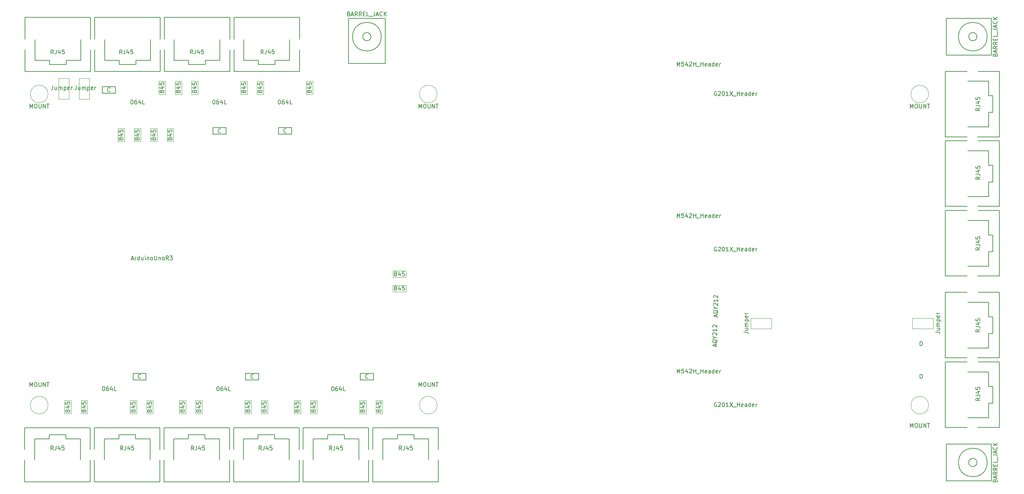
<source format=gbr>
G04 #@! TF.FileFunction,Other,Fab,Top*
%FSLAX46Y46*%
G04 Gerber Fmt 4.6, Leading zero omitted, Abs format (unit mm)*
G04 Created by KiCad (PCBNEW 4.0.5-e0-6337~49~ubuntu16.04.1) date Mon Feb 20 15:27:01 2017*
%MOMM*%
%LPD*%
G01*
G04 APERTURE LIST*
%ADD10C,0.100000*%
%ADD11C,0.150000*%
G04 APERTURE END LIST*
D10*
X83800000Y-49050000D02*
X82200000Y-49050000D01*
X83800000Y-45850000D02*
X83800000Y-49050000D01*
X82200000Y-45850000D02*
X83800000Y-45850000D01*
X82200000Y-49050000D02*
X82200000Y-45850000D01*
D11*
X255715000Y-62867000D02*
X260795000Y-62867000D01*
X260795000Y-62867000D02*
X260795000Y-66423000D01*
X260795000Y-66423000D02*
X261811000Y-66423000D01*
X261811000Y-66423000D02*
X261811000Y-70487000D01*
X261811000Y-70487000D02*
X260795000Y-70487000D01*
X260795000Y-70487000D02*
X260795000Y-74043000D01*
X260795000Y-74043000D02*
X255715000Y-74043000D01*
X258128000Y-76456000D02*
X263462000Y-76456000D01*
X263462000Y-76456000D02*
X263462000Y-60454000D01*
X263462000Y-60454000D02*
X258255000Y-60454000D01*
X255588000Y-60454000D02*
X250254000Y-60454000D01*
X250254000Y-60454000D02*
X250254000Y-76456000D01*
X250254000Y-76456000D02*
X255588000Y-76456000D01*
X255715000Y-99867000D02*
X260795000Y-99867000D01*
X260795000Y-99867000D02*
X260795000Y-103423000D01*
X260795000Y-103423000D02*
X261811000Y-103423000D01*
X261811000Y-103423000D02*
X261811000Y-107487000D01*
X261811000Y-107487000D02*
X260795000Y-107487000D01*
X260795000Y-107487000D02*
X260795000Y-111043000D01*
X260795000Y-111043000D02*
X255715000Y-111043000D01*
X258128000Y-113456000D02*
X263462000Y-113456000D01*
X263462000Y-113456000D02*
X263462000Y-97454000D01*
X263462000Y-97454000D02*
X258255000Y-97454000D01*
X255588000Y-97454000D02*
X250254000Y-97454000D01*
X250254000Y-97454000D02*
X250254000Y-113456000D01*
X250254000Y-113456000D02*
X255588000Y-113456000D01*
X90133000Y-35715000D02*
X90133000Y-40795000D01*
X90133000Y-40795000D02*
X86577000Y-40795000D01*
X86577000Y-40795000D02*
X86577000Y-41811000D01*
X86577000Y-41811000D02*
X82513000Y-41811000D01*
X82513000Y-41811000D02*
X82513000Y-40795000D01*
X82513000Y-40795000D02*
X78957000Y-40795000D01*
X78957000Y-40795000D02*
X78957000Y-35715000D01*
X76544000Y-38128000D02*
X76544000Y-43462000D01*
X76544000Y-43462000D02*
X92546000Y-43462000D01*
X92546000Y-43462000D02*
X92546000Y-38255000D01*
X92546000Y-35588000D02*
X92546000Y-30254000D01*
X92546000Y-30254000D02*
X76544000Y-30254000D01*
X76544000Y-30254000D02*
X76544000Y-35588000D01*
X78867000Y-138285000D02*
X78867000Y-133205000D01*
X78867000Y-133205000D02*
X82423000Y-133205000D01*
X82423000Y-133205000D02*
X82423000Y-132189000D01*
X82423000Y-132189000D02*
X86487000Y-132189000D01*
X86487000Y-132189000D02*
X86487000Y-133205000D01*
X86487000Y-133205000D02*
X90043000Y-133205000D01*
X90043000Y-133205000D02*
X90043000Y-138285000D01*
X92456000Y-135872000D02*
X92456000Y-130538000D01*
X92456000Y-130538000D02*
X76454000Y-130538000D01*
X76454000Y-130538000D02*
X76454000Y-135745000D01*
X76454000Y-138412000D02*
X76454000Y-143746000D01*
X76454000Y-143746000D02*
X92456000Y-143746000D01*
X92456000Y-143746000D02*
X92456000Y-138412000D01*
X27867000Y-138285000D02*
X27867000Y-133205000D01*
X27867000Y-133205000D02*
X31423000Y-133205000D01*
X31423000Y-133205000D02*
X31423000Y-132189000D01*
X31423000Y-132189000D02*
X35487000Y-132189000D01*
X35487000Y-132189000D02*
X35487000Y-133205000D01*
X35487000Y-133205000D02*
X39043000Y-133205000D01*
X39043000Y-133205000D02*
X39043000Y-138285000D01*
X41456000Y-135872000D02*
X41456000Y-130538000D01*
X41456000Y-130538000D02*
X25454000Y-130538000D01*
X25454000Y-130538000D02*
X25454000Y-135745000D01*
X25454000Y-138412000D02*
X25454000Y-143746000D01*
X25454000Y-143746000D02*
X41456000Y-143746000D01*
X41456000Y-143746000D02*
X41456000Y-138412000D01*
X44867000Y-138285000D02*
X44867000Y-133205000D01*
X44867000Y-133205000D02*
X48423000Y-133205000D01*
X48423000Y-133205000D02*
X48423000Y-132189000D01*
X48423000Y-132189000D02*
X52487000Y-132189000D01*
X52487000Y-132189000D02*
X52487000Y-133205000D01*
X52487000Y-133205000D02*
X56043000Y-133205000D01*
X56043000Y-133205000D02*
X56043000Y-138285000D01*
X58456000Y-135872000D02*
X58456000Y-130538000D01*
X58456000Y-130538000D02*
X42454000Y-130538000D01*
X42454000Y-130538000D02*
X42454000Y-135745000D01*
X42454000Y-138412000D02*
X42454000Y-143746000D01*
X42454000Y-143746000D02*
X58456000Y-143746000D01*
X58456000Y-143746000D02*
X58456000Y-138412000D01*
X51900000Y-118800000D02*
X51900000Y-117200000D01*
X55100000Y-118800000D02*
X51900000Y-118800000D01*
X55100000Y-117200000D02*
X55100000Y-118800000D01*
X51900000Y-117200000D02*
X55100000Y-117200000D01*
X79400000Y-118800000D02*
X79400000Y-117200000D01*
X82600000Y-118800000D02*
X79400000Y-118800000D01*
X82600000Y-117200000D02*
X82600000Y-118800000D01*
X79400000Y-117200000D02*
X82600000Y-117200000D01*
X107400000Y-118800000D02*
X107400000Y-117200000D01*
X110600000Y-118800000D02*
X107400000Y-118800000D01*
X110600000Y-117200000D02*
X110600000Y-118800000D01*
X107400000Y-117200000D02*
X110600000Y-117200000D01*
X74600000Y-57200000D02*
X74600000Y-58800000D01*
X71400000Y-57200000D02*
X74600000Y-57200000D01*
X71400000Y-58800000D02*
X71400000Y-57200000D01*
X74600000Y-58800000D02*
X71400000Y-58800000D01*
X90600000Y-57200000D02*
X90600000Y-58800000D01*
X87400000Y-57200000D02*
X90600000Y-57200000D01*
X87400000Y-58800000D02*
X87400000Y-57200000D01*
X90600000Y-58800000D02*
X87400000Y-58800000D01*
X44400000Y-48800000D02*
X44400000Y-47200000D01*
X47600000Y-48800000D02*
X44400000Y-48800000D01*
X47600000Y-47200000D02*
X47600000Y-48800000D01*
X44400000Y-47200000D02*
X47600000Y-47200000D01*
D10*
X35200000Y-123850000D02*
X36800000Y-123850000D01*
X35200000Y-127050000D02*
X35200000Y-123850000D01*
X36800000Y-127050000D02*
X35200000Y-127050000D01*
X36800000Y-123850000D02*
X36800000Y-127050000D01*
X39200000Y-123850000D02*
X40800000Y-123850000D01*
X39200000Y-127050000D02*
X39200000Y-123850000D01*
X40800000Y-127050000D02*
X39200000Y-127050000D01*
X40800000Y-123850000D02*
X40800000Y-127050000D01*
X51200000Y-123850000D02*
X52800000Y-123850000D01*
X51200000Y-127050000D02*
X51200000Y-123850000D01*
X52800000Y-127050000D02*
X51200000Y-127050000D01*
X52800000Y-123850000D02*
X52800000Y-127050000D01*
X55200000Y-123850000D02*
X56800000Y-123850000D01*
X55200000Y-127050000D02*
X55200000Y-123850000D01*
X56800000Y-127050000D02*
X55200000Y-127050000D01*
X56800000Y-123850000D02*
X56800000Y-127050000D01*
X63200000Y-123850000D02*
X64800000Y-123850000D01*
X63200000Y-127050000D02*
X63200000Y-123850000D01*
X64800000Y-127050000D02*
X63200000Y-127050000D01*
X64800000Y-123850000D02*
X64800000Y-127050000D01*
X67200000Y-123850000D02*
X68800000Y-123850000D01*
X67200000Y-127050000D02*
X67200000Y-123850000D01*
X68800000Y-127050000D02*
X67200000Y-127050000D01*
X68800000Y-123850000D02*
X68800000Y-127050000D01*
X79200000Y-123850000D02*
X80800000Y-123850000D01*
X79200000Y-127050000D02*
X79200000Y-123850000D01*
X80800000Y-127050000D02*
X79200000Y-127050000D01*
X80800000Y-123850000D02*
X80800000Y-127050000D01*
X83200000Y-123850000D02*
X84800000Y-123850000D01*
X83200000Y-127050000D02*
X83200000Y-123850000D01*
X84800000Y-127050000D02*
X83200000Y-127050000D01*
X84800000Y-123850000D02*
X84800000Y-127050000D01*
X91200000Y-123850000D02*
X92800000Y-123850000D01*
X91200000Y-127050000D02*
X91200000Y-123850000D01*
X92800000Y-127050000D02*
X91200000Y-127050000D01*
X92800000Y-123850000D02*
X92800000Y-127050000D01*
X95200000Y-123850000D02*
X96800000Y-123850000D01*
X95200000Y-127050000D02*
X95200000Y-123850000D01*
X96800000Y-127050000D02*
X95200000Y-127050000D01*
X96800000Y-123850000D02*
X96800000Y-127050000D01*
X107200000Y-123850000D02*
X108800000Y-123850000D01*
X107200000Y-127050000D02*
X107200000Y-123850000D01*
X108800000Y-127050000D02*
X107200000Y-127050000D01*
X108800000Y-123850000D02*
X108800000Y-127050000D01*
X111200000Y-123850000D02*
X112800000Y-123850000D01*
X111200000Y-127050000D02*
X111200000Y-123850000D01*
X112800000Y-127050000D02*
X111200000Y-127050000D01*
X112800000Y-123850000D02*
X112800000Y-127050000D01*
X118550000Y-95700000D02*
X118550000Y-97300000D01*
X115350000Y-95700000D02*
X118550000Y-95700000D01*
X115350000Y-97300000D02*
X115350000Y-95700000D01*
X118550000Y-97300000D02*
X115350000Y-97300000D01*
X59800000Y-49050000D02*
X58200000Y-49050000D01*
X59800000Y-45850000D02*
X59800000Y-49050000D01*
X58200000Y-45850000D02*
X59800000Y-45850000D01*
X58200000Y-49050000D02*
X58200000Y-45850000D01*
X67800000Y-49050000D02*
X66200000Y-49050000D01*
X67800000Y-45850000D02*
X67800000Y-49050000D01*
X66200000Y-45850000D02*
X67800000Y-45850000D01*
X66200000Y-49050000D02*
X66200000Y-45850000D01*
X63800000Y-49050000D02*
X62200000Y-49050000D01*
X63800000Y-45850000D02*
X63800000Y-49050000D01*
X62200000Y-45850000D02*
X63800000Y-45850000D01*
X62200000Y-49050000D02*
X62200000Y-45850000D01*
X79800000Y-49050000D02*
X78200000Y-49050000D01*
X79800000Y-45850000D02*
X79800000Y-49050000D01*
X78200000Y-45850000D02*
X79800000Y-45850000D01*
X78200000Y-49050000D02*
X78200000Y-45850000D01*
X95800000Y-49050000D02*
X94200000Y-49050000D01*
X95800000Y-45850000D02*
X95800000Y-49050000D01*
X94200000Y-45850000D02*
X95800000Y-45850000D01*
X94200000Y-49050000D02*
X94200000Y-45850000D01*
X48200000Y-57400000D02*
X49800000Y-57400000D01*
X48200000Y-60600000D02*
X48200000Y-57400000D01*
X49800000Y-60600000D02*
X48200000Y-60600000D01*
X49800000Y-57400000D02*
X49800000Y-60600000D01*
X52200000Y-57400000D02*
X53800000Y-57400000D01*
X52200000Y-60600000D02*
X52200000Y-57400000D01*
X53800000Y-60600000D02*
X52200000Y-60600000D01*
X53800000Y-57400000D02*
X53800000Y-60600000D01*
X56200000Y-57400000D02*
X57800000Y-57400000D01*
X56200000Y-60600000D02*
X56200000Y-57400000D01*
X57800000Y-60600000D02*
X56200000Y-60600000D01*
X57800000Y-57400000D02*
X57800000Y-60600000D01*
X60200000Y-57400000D02*
X61800000Y-57400000D01*
X60200000Y-60600000D02*
X60200000Y-57400000D01*
X61800000Y-60600000D02*
X60200000Y-60600000D01*
X61800000Y-57400000D02*
X61800000Y-60600000D01*
X118550000Y-92200000D02*
X118550000Y-93800000D01*
X115350000Y-92200000D02*
X118550000Y-92200000D01*
X115350000Y-93800000D02*
X115350000Y-92200000D01*
X118550000Y-93800000D02*
X115350000Y-93800000D01*
X38730000Y-45190000D02*
X38730000Y-50270000D01*
X38730000Y-50270000D02*
X41270000Y-50270000D01*
X41270000Y-50270000D02*
X41270000Y-45190000D01*
X41270000Y-45190000D02*
X38730000Y-45190000D01*
X33730000Y-45190000D02*
X33730000Y-50270000D01*
X33730000Y-50270000D02*
X36270000Y-50270000D01*
X36270000Y-50270000D02*
X36270000Y-45190000D01*
X36270000Y-45190000D02*
X33730000Y-45190000D01*
X242190000Y-106270000D02*
X247270000Y-106270000D01*
X247270000Y-106270000D02*
X247270000Y-103730000D01*
X247270000Y-103730000D02*
X242190000Y-103730000D01*
X242190000Y-103730000D02*
X242190000Y-106270000D01*
X207810000Y-103730000D02*
X202730000Y-103730000D01*
X202730000Y-103730000D02*
X202730000Y-106270000D01*
X202730000Y-106270000D02*
X207810000Y-106270000D01*
X207810000Y-106270000D02*
X207810000Y-103730000D01*
D11*
X104500000Y-30500000D02*
X104500000Y-41500000D01*
X104500000Y-41500000D02*
X113500000Y-41500000D01*
X113500000Y-41500000D02*
X113500000Y-30500000D01*
X113500000Y-30500000D02*
X104500000Y-30500000D01*
X112500000Y-35000000D02*
G75*
G03X112500000Y-35000000I-3500000J0D01*
G01*
X110000000Y-35000000D02*
G75*
G03X110000000Y-35000000I-1000000J0D01*
G01*
X261450000Y-134500000D02*
X250450000Y-134500000D01*
X250450000Y-134500000D02*
X250450000Y-143500000D01*
X250450000Y-143500000D02*
X261450000Y-143500000D01*
X261450000Y-143500000D02*
X261450000Y-134500000D01*
X260450000Y-139000000D02*
G75*
G03X260450000Y-139000000I-3500000J0D01*
G01*
X257950000Y-139000000D02*
G75*
G03X257950000Y-139000000I-1000000J0D01*
G01*
X261450000Y-30500000D02*
X250450000Y-30500000D01*
X250450000Y-30500000D02*
X250450000Y-39500000D01*
X250450000Y-39500000D02*
X261450000Y-39500000D01*
X261450000Y-39500000D02*
X261450000Y-30500000D01*
X260450000Y-35000000D02*
G75*
G03X260450000Y-35000000I-3500000J0D01*
G01*
X257950000Y-35000000D02*
G75*
G03X257950000Y-35000000I-1000000J0D01*
G01*
X255715000Y-116867000D02*
X260795000Y-116867000D01*
X260795000Y-116867000D02*
X260795000Y-120423000D01*
X260795000Y-120423000D02*
X261811000Y-120423000D01*
X261811000Y-120423000D02*
X261811000Y-124487000D01*
X261811000Y-124487000D02*
X260795000Y-124487000D01*
X260795000Y-124487000D02*
X260795000Y-128043000D01*
X260795000Y-128043000D02*
X255715000Y-128043000D01*
X258128000Y-130456000D02*
X263462000Y-130456000D01*
X263462000Y-130456000D02*
X263462000Y-114454000D01*
X263462000Y-114454000D02*
X258255000Y-114454000D01*
X255588000Y-114454000D02*
X250254000Y-114454000D01*
X250254000Y-114454000D02*
X250254000Y-130456000D01*
X250254000Y-130456000D02*
X255588000Y-130456000D01*
X73133000Y-35715000D02*
X73133000Y-40795000D01*
X73133000Y-40795000D02*
X69577000Y-40795000D01*
X69577000Y-40795000D02*
X69577000Y-41811000D01*
X69577000Y-41811000D02*
X65513000Y-41811000D01*
X65513000Y-41811000D02*
X65513000Y-40795000D01*
X65513000Y-40795000D02*
X61957000Y-40795000D01*
X61957000Y-40795000D02*
X61957000Y-35715000D01*
X59544000Y-38128000D02*
X59544000Y-43462000D01*
X59544000Y-43462000D02*
X75546000Y-43462000D01*
X75546000Y-43462000D02*
X75546000Y-38255000D01*
X75546000Y-35588000D02*
X75546000Y-30254000D01*
X75546000Y-30254000D02*
X59544000Y-30254000D01*
X59544000Y-30254000D02*
X59544000Y-35588000D01*
X56133000Y-35715000D02*
X56133000Y-40795000D01*
X56133000Y-40795000D02*
X52577000Y-40795000D01*
X52577000Y-40795000D02*
X52577000Y-41811000D01*
X52577000Y-41811000D02*
X48513000Y-41811000D01*
X48513000Y-41811000D02*
X48513000Y-40795000D01*
X48513000Y-40795000D02*
X44957000Y-40795000D01*
X44957000Y-40795000D02*
X44957000Y-35715000D01*
X42544000Y-38128000D02*
X42544000Y-43462000D01*
X42544000Y-43462000D02*
X58546000Y-43462000D01*
X58546000Y-43462000D02*
X58546000Y-38255000D01*
X58546000Y-35588000D02*
X58546000Y-30254000D01*
X58546000Y-30254000D02*
X42544000Y-30254000D01*
X42544000Y-30254000D02*
X42544000Y-35588000D01*
X39133000Y-35715000D02*
X39133000Y-40795000D01*
X39133000Y-40795000D02*
X35577000Y-40795000D01*
X35577000Y-40795000D02*
X35577000Y-41811000D01*
X35577000Y-41811000D02*
X31513000Y-41811000D01*
X31513000Y-41811000D02*
X31513000Y-40795000D01*
X31513000Y-40795000D02*
X27957000Y-40795000D01*
X27957000Y-40795000D02*
X27957000Y-35715000D01*
X25544000Y-38128000D02*
X25544000Y-43462000D01*
X25544000Y-43462000D02*
X41546000Y-43462000D01*
X41546000Y-43462000D02*
X41546000Y-38255000D01*
X41546000Y-35588000D02*
X41546000Y-30254000D01*
X41546000Y-30254000D02*
X25544000Y-30254000D01*
X25544000Y-30254000D02*
X25544000Y-35588000D01*
X255715000Y-45867000D02*
X260795000Y-45867000D01*
X260795000Y-45867000D02*
X260795000Y-49423000D01*
X260795000Y-49423000D02*
X261811000Y-49423000D01*
X261811000Y-49423000D02*
X261811000Y-53487000D01*
X261811000Y-53487000D02*
X260795000Y-53487000D01*
X260795000Y-53487000D02*
X260795000Y-57043000D01*
X260795000Y-57043000D02*
X255715000Y-57043000D01*
X258128000Y-59456000D02*
X263462000Y-59456000D01*
X263462000Y-59456000D02*
X263462000Y-43454000D01*
X263462000Y-43454000D02*
X258255000Y-43454000D01*
X255588000Y-43454000D02*
X250254000Y-43454000D01*
X250254000Y-43454000D02*
X250254000Y-59456000D01*
X250254000Y-59456000D02*
X255588000Y-59456000D01*
X255715000Y-79867000D02*
X260795000Y-79867000D01*
X260795000Y-79867000D02*
X260795000Y-83423000D01*
X260795000Y-83423000D02*
X261811000Y-83423000D01*
X261811000Y-83423000D02*
X261811000Y-87487000D01*
X261811000Y-87487000D02*
X260795000Y-87487000D01*
X260795000Y-87487000D02*
X260795000Y-91043000D01*
X260795000Y-91043000D02*
X255715000Y-91043000D01*
X258128000Y-93456000D02*
X263462000Y-93456000D01*
X263462000Y-93456000D02*
X263462000Y-77454000D01*
X263462000Y-77454000D02*
X258255000Y-77454000D01*
X255588000Y-77454000D02*
X250254000Y-77454000D01*
X250254000Y-77454000D02*
X250254000Y-93456000D01*
X250254000Y-93456000D02*
X255588000Y-93456000D01*
X61867000Y-138285000D02*
X61867000Y-133205000D01*
X61867000Y-133205000D02*
X65423000Y-133205000D01*
X65423000Y-133205000D02*
X65423000Y-132189000D01*
X65423000Y-132189000D02*
X69487000Y-132189000D01*
X69487000Y-132189000D02*
X69487000Y-133205000D01*
X69487000Y-133205000D02*
X73043000Y-133205000D01*
X73043000Y-133205000D02*
X73043000Y-138285000D01*
X75456000Y-135872000D02*
X75456000Y-130538000D01*
X75456000Y-130538000D02*
X59454000Y-130538000D01*
X59454000Y-130538000D02*
X59454000Y-135745000D01*
X59454000Y-138412000D02*
X59454000Y-143746000D01*
X59454000Y-143746000D02*
X75456000Y-143746000D01*
X75456000Y-143746000D02*
X75456000Y-138412000D01*
X95867000Y-138285000D02*
X95867000Y-133205000D01*
X95867000Y-133205000D02*
X99423000Y-133205000D01*
X99423000Y-133205000D02*
X99423000Y-132189000D01*
X99423000Y-132189000D02*
X103487000Y-132189000D01*
X103487000Y-132189000D02*
X103487000Y-133205000D01*
X103487000Y-133205000D02*
X107043000Y-133205000D01*
X107043000Y-133205000D02*
X107043000Y-138285000D01*
X109456000Y-135872000D02*
X109456000Y-130538000D01*
X109456000Y-130538000D02*
X93454000Y-130538000D01*
X93454000Y-130538000D02*
X93454000Y-135745000D01*
X93454000Y-138412000D02*
X93454000Y-143746000D01*
X93454000Y-143746000D02*
X109456000Y-143746000D01*
X109456000Y-143746000D02*
X109456000Y-138412000D01*
X112867000Y-138285000D02*
X112867000Y-133205000D01*
X112867000Y-133205000D02*
X116423000Y-133205000D01*
X116423000Y-133205000D02*
X116423000Y-132189000D01*
X116423000Y-132189000D02*
X120487000Y-132189000D01*
X120487000Y-132189000D02*
X120487000Y-133205000D01*
X120487000Y-133205000D02*
X124043000Y-133205000D01*
X124043000Y-133205000D02*
X124043000Y-138285000D01*
X126456000Y-135872000D02*
X126456000Y-130538000D01*
X126456000Y-130538000D02*
X110454000Y-130538000D01*
X110454000Y-130538000D02*
X110454000Y-135745000D01*
X110454000Y-138412000D02*
X110454000Y-143746000D01*
X110454000Y-143746000D02*
X126456000Y-143746000D01*
X126456000Y-143746000D02*
X126456000Y-138412000D01*
D10*
X31154066Y-125000000D02*
G75*
G03X31154066Y-125000000I-2154066J0D01*
G01*
X126154066Y-125000000D02*
G75*
G03X126154066Y-125000000I-2154066J0D01*
G01*
X246154066Y-125000000D02*
G75*
G03X246154066Y-125000000I-2154066J0D01*
G01*
X246154066Y-49000000D02*
G75*
G03X246154066Y-49000000I-2154066J0D01*
G01*
X126154066Y-49000000D02*
G75*
G03X126154066Y-49000000I-2154066J0D01*
G01*
X31154066Y-49000000D02*
G75*
G03X31154066Y-49000000I-2154066J0D01*
G01*
D11*
X82880952Y-48497619D02*
X82833333Y-48592857D01*
X82785714Y-48640476D01*
X82690476Y-48688095D01*
X82642857Y-48688095D01*
X82547619Y-48640476D01*
X82500000Y-48592857D01*
X82452381Y-48497619D01*
X82452381Y-48307142D01*
X82500000Y-48211904D01*
X82547619Y-48164285D01*
X82642857Y-48116666D01*
X82690476Y-48116666D01*
X82785714Y-48164285D01*
X82833333Y-48211904D01*
X82880952Y-48307142D01*
X82880952Y-48497619D01*
X82928571Y-48592857D01*
X82976190Y-48640476D01*
X83071429Y-48688095D01*
X83261905Y-48688095D01*
X83357143Y-48640476D01*
X83404762Y-48592857D01*
X83452381Y-48497619D01*
X83452381Y-48307142D01*
X83404762Y-48211904D01*
X83357143Y-48164285D01*
X83261905Y-48116666D01*
X83071429Y-48116666D01*
X82976190Y-48164285D01*
X82928571Y-48211904D01*
X82880952Y-48307142D01*
X82785714Y-47259523D02*
X83452381Y-47259523D01*
X82404762Y-47497619D02*
X83119048Y-47735714D01*
X83119048Y-47116666D01*
X82452381Y-46259523D02*
X82452381Y-46735714D01*
X82928571Y-46783333D01*
X82880952Y-46735714D01*
X82833333Y-46640476D01*
X82833333Y-46402380D01*
X82880952Y-46307142D01*
X82928571Y-46259523D01*
X83023810Y-46211904D01*
X83261905Y-46211904D01*
X83357143Y-46259523D01*
X83404762Y-46307142D01*
X83452381Y-46402380D01*
X83452381Y-46640476D01*
X83404762Y-46735714D01*
X83357143Y-46783333D01*
X258702381Y-69273809D02*
X258226190Y-69607143D01*
X258702381Y-69845238D02*
X257702381Y-69845238D01*
X257702381Y-69464285D01*
X257750000Y-69369047D01*
X257797619Y-69321428D01*
X257892857Y-69273809D01*
X258035714Y-69273809D01*
X258130952Y-69321428D01*
X258178571Y-69369047D01*
X258226190Y-69464285D01*
X258226190Y-69845238D01*
X257702381Y-68559523D02*
X258416667Y-68559523D01*
X258559524Y-68607143D01*
X258654762Y-68702381D01*
X258702381Y-68845238D01*
X258702381Y-68940476D01*
X258035714Y-67654761D02*
X258702381Y-67654761D01*
X257654762Y-67892857D02*
X258369048Y-68130952D01*
X258369048Y-67511904D01*
X257702381Y-66654761D02*
X257702381Y-67130952D01*
X258178571Y-67178571D01*
X258130952Y-67130952D01*
X258083333Y-67035714D01*
X258083333Y-66797618D01*
X258130952Y-66702380D01*
X258178571Y-66654761D01*
X258273810Y-66607142D01*
X258511905Y-66607142D01*
X258607143Y-66654761D01*
X258654762Y-66702380D01*
X258702381Y-66797618D01*
X258702381Y-67035714D01*
X258654762Y-67130952D01*
X258607143Y-67178571D01*
X258702381Y-106523809D02*
X258226190Y-106857143D01*
X258702381Y-107095238D02*
X257702381Y-107095238D01*
X257702381Y-106714285D01*
X257750000Y-106619047D01*
X257797619Y-106571428D01*
X257892857Y-106523809D01*
X258035714Y-106523809D01*
X258130952Y-106571428D01*
X258178571Y-106619047D01*
X258226190Y-106714285D01*
X258226190Y-107095238D01*
X257702381Y-105809523D02*
X258416667Y-105809523D01*
X258559524Y-105857143D01*
X258654762Y-105952381D01*
X258702381Y-106095238D01*
X258702381Y-106190476D01*
X258035714Y-104904761D02*
X258702381Y-104904761D01*
X257654762Y-105142857D02*
X258369048Y-105380952D01*
X258369048Y-104761904D01*
X257702381Y-103904761D02*
X257702381Y-104380952D01*
X258178571Y-104428571D01*
X258130952Y-104380952D01*
X258083333Y-104285714D01*
X258083333Y-104047618D01*
X258130952Y-103952380D01*
X258178571Y-103904761D01*
X258273810Y-103857142D01*
X258511905Y-103857142D01*
X258607143Y-103904761D01*
X258654762Y-103952380D01*
X258702381Y-104047618D01*
X258702381Y-104285714D01*
X258654762Y-104380952D01*
X258607143Y-104428571D01*
X83726191Y-39202381D02*
X83392857Y-38726190D01*
X83154762Y-39202381D02*
X83154762Y-38202381D01*
X83535715Y-38202381D01*
X83630953Y-38250000D01*
X83678572Y-38297619D01*
X83726191Y-38392857D01*
X83726191Y-38535714D01*
X83678572Y-38630952D01*
X83630953Y-38678571D01*
X83535715Y-38726190D01*
X83154762Y-38726190D01*
X84440477Y-38202381D02*
X84440477Y-38916667D01*
X84392857Y-39059524D01*
X84297619Y-39154762D01*
X84154762Y-39202381D01*
X84059524Y-39202381D01*
X85345239Y-38535714D02*
X85345239Y-39202381D01*
X85107143Y-38154762D02*
X84869048Y-38869048D01*
X85488096Y-38869048D01*
X86345239Y-38202381D02*
X85869048Y-38202381D01*
X85821429Y-38678571D01*
X85869048Y-38630952D01*
X85964286Y-38583333D01*
X86202382Y-38583333D01*
X86297620Y-38630952D01*
X86345239Y-38678571D01*
X86392858Y-38773810D01*
X86392858Y-39011905D01*
X86345239Y-39107143D01*
X86297620Y-39154762D01*
X86202382Y-39202381D01*
X85964286Y-39202381D01*
X85869048Y-39154762D01*
X85821429Y-39107143D01*
X83226191Y-135952381D02*
X82892857Y-135476190D01*
X82654762Y-135952381D02*
X82654762Y-134952381D01*
X83035715Y-134952381D01*
X83130953Y-135000000D01*
X83178572Y-135047619D01*
X83226191Y-135142857D01*
X83226191Y-135285714D01*
X83178572Y-135380952D01*
X83130953Y-135428571D01*
X83035715Y-135476190D01*
X82654762Y-135476190D01*
X83940477Y-134952381D02*
X83940477Y-135666667D01*
X83892857Y-135809524D01*
X83797619Y-135904762D01*
X83654762Y-135952381D01*
X83559524Y-135952381D01*
X84845239Y-135285714D02*
X84845239Y-135952381D01*
X84607143Y-134904762D02*
X84369048Y-135619048D01*
X84988096Y-135619048D01*
X85845239Y-134952381D02*
X85369048Y-134952381D01*
X85321429Y-135428571D01*
X85369048Y-135380952D01*
X85464286Y-135333333D01*
X85702382Y-135333333D01*
X85797620Y-135380952D01*
X85845239Y-135428571D01*
X85892858Y-135523810D01*
X85892858Y-135761905D01*
X85845239Y-135857143D01*
X85797620Y-135904762D01*
X85702382Y-135952381D01*
X85464286Y-135952381D01*
X85369048Y-135904762D01*
X85321429Y-135857143D01*
X32431191Y-135952381D02*
X32097857Y-135476190D01*
X31859762Y-135952381D02*
X31859762Y-134952381D01*
X32240715Y-134952381D01*
X32335953Y-135000000D01*
X32383572Y-135047619D01*
X32431191Y-135142857D01*
X32431191Y-135285714D01*
X32383572Y-135380952D01*
X32335953Y-135428571D01*
X32240715Y-135476190D01*
X31859762Y-135476190D01*
X33145477Y-134952381D02*
X33145477Y-135666667D01*
X33097857Y-135809524D01*
X33002619Y-135904762D01*
X32859762Y-135952381D01*
X32764524Y-135952381D01*
X34050239Y-135285714D02*
X34050239Y-135952381D01*
X33812143Y-134904762D02*
X33574048Y-135619048D01*
X34193096Y-135619048D01*
X35050239Y-134952381D02*
X34574048Y-134952381D01*
X34526429Y-135428571D01*
X34574048Y-135380952D01*
X34669286Y-135333333D01*
X34907382Y-135333333D01*
X35002620Y-135380952D01*
X35050239Y-135428571D01*
X35097858Y-135523810D01*
X35097858Y-135761905D01*
X35050239Y-135857143D01*
X35002620Y-135904762D01*
X34907382Y-135952381D01*
X34669286Y-135952381D01*
X34574048Y-135904762D01*
X34526429Y-135857143D01*
X49431191Y-135952381D02*
X49097857Y-135476190D01*
X48859762Y-135952381D02*
X48859762Y-134952381D01*
X49240715Y-134952381D01*
X49335953Y-135000000D01*
X49383572Y-135047619D01*
X49431191Y-135142857D01*
X49431191Y-135285714D01*
X49383572Y-135380952D01*
X49335953Y-135428571D01*
X49240715Y-135476190D01*
X48859762Y-135476190D01*
X50145477Y-134952381D02*
X50145477Y-135666667D01*
X50097857Y-135809524D01*
X50002619Y-135904762D01*
X49859762Y-135952381D01*
X49764524Y-135952381D01*
X51050239Y-135285714D02*
X51050239Y-135952381D01*
X50812143Y-134904762D02*
X50574048Y-135619048D01*
X51193096Y-135619048D01*
X52050239Y-134952381D02*
X51574048Y-134952381D01*
X51526429Y-135428571D01*
X51574048Y-135380952D01*
X51669286Y-135333333D01*
X51907382Y-135333333D01*
X52002620Y-135380952D01*
X52050239Y-135428571D01*
X52097858Y-135523810D01*
X52097858Y-135761905D01*
X52050239Y-135857143D01*
X52002620Y-135904762D01*
X51907382Y-135952381D01*
X51669286Y-135952381D01*
X51574048Y-135904762D01*
X51526429Y-135857143D01*
X51528000Y-89258667D02*
X52004191Y-89258667D01*
X51432762Y-89544381D02*
X51766095Y-88544381D01*
X52099429Y-89544381D01*
X52432762Y-89544381D02*
X52432762Y-88877714D01*
X52432762Y-89068190D02*
X52480381Y-88972952D01*
X52528000Y-88925333D01*
X52623238Y-88877714D01*
X52718477Y-88877714D01*
X53480382Y-89544381D02*
X53480382Y-88544381D01*
X53480382Y-89496762D02*
X53385144Y-89544381D01*
X53194667Y-89544381D01*
X53099429Y-89496762D01*
X53051810Y-89449143D01*
X53004191Y-89353905D01*
X53004191Y-89068190D01*
X53051810Y-88972952D01*
X53099429Y-88925333D01*
X53194667Y-88877714D01*
X53385144Y-88877714D01*
X53480382Y-88925333D01*
X54385144Y-88877714D02*
X54385144Y-89544381D01*
X53956572Y-88877714D02*
X53956572Y-89401524D01*
X54004191Y-89496762D01*
X54099429Y-89544381D01*
X54242287Y-89544381D01*
X54337525Y-89496762D01*
X54385144Y-89449143D01*
X54861334Y-89544381D02*
X54861334Y-88877714D01*
X54861334Y-88544381D02*
X54813715Y-88592000D01*
X54861334Y-88639619D01*
X54908953Y-88592000D01*
X54861334Y-88544381D01*
X54861334Y-88639619D01*
X55337524Y-88877714D02*
X55337524Y-89544381D01*
X55337524Y-88972952D02*
X55385143Y-88925333D01*
X55480381Y-88877714D01*
X55623239Y-88877714D01*
X55718477Y-88925333D01*
X55766096Y-89020571D01*
X55766096Y-89544381D01*
X56385143Y-89544381D02*
X56289905Y-89496762D01*
X56242286Y-89449143D01*
X56194667Y-89353905D01*
X56194667Y-89068190D01*
X56242286Y-88972952D01*
X56289905Y-88925333D01*
X56385143Y-88877714D01*
X56528001Y-88877714D01*
X56623239Y-88925333D01*
X56670858Y-88972952D01*
X56718477Y-89068190D01*
X56718477Y-89353905D01*
X56670858Y-89449143D01*
X56623239Y-89496762D01*
X56528001Y-89544381D01*
X56385143Y-89544381D01*
X57147048Y-88544381D02*
X57147048Y-89353905D01*
X57194667Y-89449143D01*
X57242286Y-89496762D01*
X57337524Y-89544381D01*
X57528001Y-89544381D01*
X57623239Y-89496762D01*
X57670858Y-89449143D01*
X57718477Y-89353905D01*
X57718477Y-88544381D01*
X58194667Y-88877714D02*
X58194667Y-89544381D01*
X58194667Y-88972952D02*
X58242286Y-88925333D01*
X58337524Y-88877714D01*
X58480382Y-88877714D01*
X58575620Y-88925333D01*
X58623239Y-89020571D01*
X58623239Y-89544381D01*
X59242286Y-89544381D02*
X59147048Y-89496762D01*
X59099429Y-89449143D01*
X59051810Y-89353905D01*
X59051810Y-89068190D01*
X59099429Y-88972952D01*
X59147048Y-88925333D01*
X59242286Y-88877714D01*
X59385144Y-88877714D01*
X59480382Y-88925333D01*
X59528001Y-88972952D01*
X59575620Y-89068190D01*
X59575620Y-89353905D01*
X59528001Y-89449143D01*
X59480382Y-89496762D01*
X59385144Y-89544381D01*
X59242286Y-89544381D01*
X60575620Y-89544381D02*
X60242286Y-89068190D01*
X60004191Y-89544381D02*
X60004191Y-88544381D01*
X60385144Y-88544381D01*
X60480382Y-88592000D01*
X60528001Y-88639619D01*
X60575620Y-88734857D01*
X60575620Y-88877714D01*
X60528001Y-88972952D01*
X60480382Y-89020571D01*
X60385144Y-89068190D01*
X60004191Y-89068190D01*
X60908953Y-88544381D02*
X61528001Y-88544381D01*
X61194667Y-88925333D01*
X61337525Y-88925333D01*
X61432763Y-88972952D01*
X61480382Y-89020571D01*
X61528001Y-89115810D01*
X61528001Y-89353905D01*
X61480382Y-89449143D01*
X61432763Y-89496762D01*
X61337525Y-89544381D01*
X61051810Y-89544381D01*
X60956572Y-89496762D01*
X60908953Y-89449143D01*
X184738095Y-117182381D02*
X184738095Y-116182381D01*
X185071429Y-116896667D01*
X185404762Y-116182381D01*
X185404762Y-117182381D01*
X186357143Y-116182381D02*
X185880952Y-116182381D01*
X185833333Y-116658571D01*
X185880952Y-116610952D01*
X185976190Y-116563333D01*
X186214286Y-116563333D01*
X186309524Y-116610952D01*
X186357143Y-116658571D01*
X186404762Y-116753810D01*
X186404762Y-116991905D01*
X186357143Y-117087143D01*
X186309524Y-117134762D01*
X186214286Y-117182381D01*
X185976190Y-117182381D01*
X185880952Y-117134762D01*
X185833333Y-117087143D01*
X187261905Y-116515714D02*
X187261905Y-117182381D01*
X187023809Y-116134762D02*
X186785714Y-116849048D01*
X187404762Y-116849048D01*
X187738095Y-116277619D02*
X187785714Y-116230000D01*
X187880952Y-116182381D01*
X188119048Y-116182381D01*
X188214286Y-116230000D01*
X188261905Y-116277619D01*
X188309524Y-116372857D01*
X188309524Y-116468095D01*
X188261905Y-116610952D01*
X187690476Y-117182381D01*
X188309524Y-117182381D01*
X188738095Y-117182381D02*
X188738095Y-116182381D01*
X188738095Y-116658571D02*
X189309524Y-116658571D01*
X189309524Y-117182381D02*
X189309524Y-116182381D01*
X189547619Y-117277619D02*
X190309524Y-117277619D01*
X190547619Y-117182381D02*
X190547619Y-116182381D01*
X190547619Y-116658571D02*
X191119048Y-116658571D01*
X191119048Y-117182381D02*
X191119048Y-116182381D01*
X191976191Y-117134762D02*
X191880953Y-117182381D01*
X191690476Y-117182381D01*
X191595238Y-117134762D01*
X191547619Y-117039524D01*
X191547619Y-116658571D01*
X191595238Y-116563333D01*
X191690476Y-116515714D01*
X191880953Y-116515714D01*
X191976191Y-116563333D01*
X192023810Y-116658571D01*
X192023810Y-116753810D01*
X191547619Y-116849048D01*
X192880953Y-117182381D02*
X192880953Y-116658571D01*
X192833334Y-116563333D01*
X192738096Y-116515714D01*
X192547619Y-116515714D01*
X192452381Y-116563333D01*
X192880953Y-117134762D02*
X192785715Y-117182381D01*
X192547619Y-117182381D01*
X192452381Y-117134762D01*
X192404762Y-117039524D01*
X192404762Y-116944286D01*
X192452381Y-116849048D01*
X192547619Y-116801429D01*
X192785715Y-116801429D01*
X192880953Y-116753810D01*
X193785715Y-117182381D02*
X193785715Y-116182381D01*
X193785715Y-117134762D02*
X193690477Y-117182381D01*
X193500000Y-117182381D01*
X193404762Y-117134762D01*
X193357143Y-117087143D01*
X193309524Y-116991905D01*
X193309524Y-116706190D01*
X193357143Y-116610952D01*
X193404762Y-116563333D01*
X193500000Y-116515714D01*
X193690477Y-116515714D01*
X193785715Y-116563333D01*
X194642858Y-117134762D02*
X194547620Y-117182381D01*
X194357143Y-117182381D01*
X194261905Y-117134762D01*
X194214286Y-117039524D01*
X194214286Y-116658571D01*
X194261905Y-116563333D01*
X194357143Y-116515714D01*
X194547620Y-116515714D01*
X194642858Y-116563333D01*
X194690477Y-116658571D01*
X194690477Y-116753810D01*
X194214286Y-116849048D01*
X195119048Y-117182381D02*
X195119048Y-116515714D01*
X195119048Y-116706190D02*
X195166667Y-116610952D01*
X195214286Y-116563333D01*
X195309524Y-116515714D01*
X195404763Y-116515714D01*
X53809524Y-118357143D02*
X53761905Y-118404762D01*
X53619048Y-118452381D01*
X53523810Y-118452381D01*
X53380952Y-118404762D01*
X53285714Y-118309524D01*
X53238095Y-118214286D01*
X53190476Y-118023810D01*
X53190476Y-117880952D01*
X53238095Y-117690476D01*
X53285714Y-117595238D01*
X53380952Y-117500000D01*
X53523810Y-117452381D01*
X53619048Y-117452381D01*
X53761905Y-117500000D01*
X53809524Y-117547619D01*
X81309524Y-118357143D02*
X81261905Y-118404762D01*
X81119048Y-118452381D01*
X81023810Y-118452381D01*
X80880952Y-118404762D01*
X80785714Y-118309524D01*
X80738095Y-118214286D01*
X80690476Y-118023810D01*
X80690476Y-117880952D01*
X80738095Y-117690476D01*
X80785714Y-117595238D01*
X80880952Y-117500000D01*
X81023810Y-117452381D01*
X81119048Y-117452381D01*
X81261905Y-117500000D01*
X81309524Y-117547619D01*
X109309524Y-118357143D02*
X109261905Y-118404762D01*
X109119048Y-118452381D01*
X109023810Y-118452381D01*
X108880952Y-118404762D01*
X108785714Y-118309524D01*
X108738095Y-118214286D01*
X108690476Y-118023810D01*
X108690476Y-117880952D01*
X108738095Y-117690476D01*
X108785714Y-117595238D01*
X108880952Y-117500000D01*
X109023810Y-117452381D01*
X109119048Y-117452381D01*
X109261905Y-117500000D01*
X109309524Y-117547619D01*
X73309524Y-58357143D02*
X73261905Y-58404762D01*
X73119048Y-58452381D01*
X73023810Y-58452381D01*
X72880952Y-58404762D01*
X72785714Y-58309524D01*
X72738095Y-58214286D01*
X72690476Y-58023810D01*
X72690476Y-57880952D01*
X72738095Y-57690476D01*
X72785714Y-57595238D01*
X72880952Y-57500000D01*
X73023810Y-57452381D01*
X73119048Y-57452381D01*
X73261905Y-57500000D01*
X73309524Y-57547619D01*
X89309524Y-58357143D02*
X89261905Y-58404762D01*
X89119048Y-58452381D01*
X89023810Y-58452381D01*
X88880952Y-58404762D01*
X88785714Y-58309524D01*
X88738095Y-58214286D01*
X88690476Y-58023810D01*
X88690476Y-57880952D01*
X88738095Y-57690476D01*
X88785714Y-57595238D01*
X88880952Y-57500000D01*
X89023810Y-57452381D01*
X89119048Y-57452381D01*
X89261905Y-57500000D01*
X89309524Y-57547619D01*
X46309524Y-48357143D02*
X46261905Y-48404762D01*
X46119048Y-48452381D01*
X46023810Y-48452381D01*
X45880952Y-48404762D01*
X45785714Y-48309524D01*
X45738095Y-48214286D01*
X45690476Y-48023810D01*
X45690476Y-47880952D01*
X45738095Y-47690476D01*
X45785714Y-47595238D01*
X45880952Y-47500000D01*
X46023810Y-47452381D01*
X46119048Y-47452381D01*
X46261905Y-47500000D01*
X46309524Y-47547619D01*
X244087095Y-110452381D02*
X244087095Y-109452381D01*
X244325190Y-109452381D01*
X244468048Y-109500000D01*
X244563286Y-109595238D01*
X244610905Y-109690476D01*
X244658524Y-109880952D01*
X244658524Y-110023810D01*
X244610905Y-110214286D01*
X244563286Y-110309524D01*
X244468048Y-110404762D01*
X244325190Y-110452381D01*
X244087095Y-110452381D01*
X194380952Y-48420000D02*
X194285714Y-48372381D01*
X194142857Y-48372381D01*
X193999999Y-48420000D01*
X193904761Y-48515238D01*
X193857142Y-48610476D01*
X193809523Y-48800952D01*
X193809523Y-48943810D01*
X193857142Y-49134286D01*
X193904761Y-49229524D01*
X193999999Y-49324762D01*
X194142857Y-49372381D01*
X194238095Y-49372381D01*
X194380952Y-49324762D01*
X194428571Y-49277143D01*
X194428571Y-48943810D01*
X194238095Y-48943810D01*
X194809523Y-48467619D02*
X194857142Y-48420000D01*
X194952380Y-48372381D01*
X195190476Y-48372381D01*
X195285714Y-48420000D01*
X195333333Y-48467619D01*
X195380952Y-48562857D01*
X195380952Y-48658095D01*
X195333333Y-48800952D01*
X194761904Y-49372381D01*
X195380952Y-49372381D01*
X195999999Y-48372381D02*
X196095238Y-48372381D01*
X196190476Y-48420000D01*
X196238095Y-48467619D01*
X196285714Y-48562857D01*
X196333333Y-48753333D01*
X196333333Y-48991429D01*
X196285714Y-49181905D01*
X196238095Y-49277143D01*
X196190476Y-49324762D01*
X196095238Y-49372381D01*
X195999999Y-49372381D01*
X195904761Y-49324762D01*
X195857142Y-49277143D01*
X195809523Y-49181905D01*
X195761904Y-48991429D01*
X195761904Y-48753333D01*
X195809523Y-48562857D01*
X195857142Y-48467619D01*
X195904761Y-48420000D01*
X195999999Y-48372381D01*
X197285714Y-49372381D02*
X196714285Y-49372381D01*
X196999999Y-49372381D02*
X196999999Y-48372381D01*
X196904761Y-48515238D01*
X196809523Y-48610476D01*
X196714285Y-48658095D01*
X197619047Y-48372381D02*
X198285714Y-49372381D01*
X198285714Y-48372381D02*
X197619047Y-49372381D01*
X198428571Y-49467619D02*
X199190476Y-49467619D01*
X199428571Y-49372381D02*
X199428571Y-48372381D01*
X199428571Y-48848571D02*
X200000000Y-48848571D01*
X200000000Y-49372381D02*
X200000000Y-48372381D01*
X200857143Y-49324762D02*
X200761905Y-49372381D01*
X200571428Y-49372381D01*
X200476190Y-49324762D01*
X200428571Y-49229524D01*
X200428571Y-48848571D01*
X200476190Y-48753333D01*
X200571428Y-48705714D01*
X200761905Y-48705714D01*
X200857143Y-48753333D01*
X200904762Y-48848571D01*
X200904762Y-48943810D01*
X200428571Y-49039048D01*
X201761905Y-49372381D02*
X201761905Y-48848571D01*
X201714286Y-48753333D01*
X201619048Y-48705714D01*
X201428571Y-48705714D01*
X201333333Y-48753333D01*
X201761905Y-49324762D02*
X201666667Y-49372381D01*
X201428571Y-49372381D01*
X201333333Y-49324762D01*
X201285714Y-49229524D01*
X201285714Y-49134286D01*
X201333333Y-49039048D01*
X201428571Y-48991429D01*
X201666667Y-48991429D01*
X201761905Y-48943810D01*
X202666667Y-49372381D02*
X202666667Y-48372381D01*
X202666667Y-49324762D02*
X202571429Y-49372381D01*
X202380952Y-49372381D01*
X202285714Y-49324762D01*
X202238095Y-49277143D01*
X202190476Y-49181905D01*
X202190476Y-48896190D01*
X202238095Y-48800952D01*
X202285714Y-48753333D01*
X202380952Y-48705714D01*
X202571429Y-48705714D01*
X202666667Y-48753333D01*
X203523810Y-49324762D02*
X203428572Y-49372381D01*
X203238095Y-49372381D01*
X203142857Y-49324762D01*
X203095238Y-49229524D01*
X203095238Y-48848571D01*
X203142857Y-48753333D01*
X203238095Y-48705714D01*
X203428572Y-48705714D01*
X203523810Y-48753333D01*
X203571429Y-48848571D01*
X203571429Y-48943810D01*
X203095238Y-49039048D01*
X204000000Y-49372381D02*
X204000000Y-48705714D01*
X204000000Y-48896190D02*
X204047619Y-48800952D01*
X204095238Y-48753333D01*
X204190476Y-48705714D01*
X204285715Y-48705714D01*
X194380952Y-86420000D02*
X194285714Y-86372381D01*
X194142857Y-86372381D01*
X193999999Y-86420000D01*
X193904761Y-86515238D01*
X193857142Y-86610476D01*
X193809523Y-86800952D01*
X193809523Y-86943810D01*
X193857142Y-87134286D01*
X193904761Y-87229524D01*
X193999999Y-87324762D01*
X194142857Y-87372381D01*
X194238095Y-87372381D01*
X194380952Y-87324762D01*
X194428571Y-87277143D01*
X194428571Y-86943810D01*
X194238095Y-86943810D01*
X194809523Y-86467619D02*
X194857142Y-86420000D01*
X194952380Y-86372381D01*
X195190476Y-86372381D01*
X195285714Y-86420000D01*
X195333333Y-86467619D01*
X195380952Y-86562857D01*
X195380952Y-86658095D01*
X195333333Y-86800952D01*
X194761904Y-87372381D01*
X195380952Y-87372381D01*
X195999999Y-86372381D02*
X196095238Y-86372381D01*
X196190476Y-86420000D01*
X196238095Y-86467619D01*
X196285714Y-86562857D01*
X196333333Y-86753333D01*
X196333333Y-86991429D01*
X196285714Y-87181905D01*
X196238095Y-87277143D01*
X196190476Y-87324762D01*
X196095238Y-87372381D01*
X195999999Y-87372381D01*
X195904761Y-87324762D01*
X195857142Y-87277143D01*
X195809523Y-87181905D01*
X195761904Y-86991429D01*
X195761904Y-86753333D01*
X195809523Y-86562857D01*
X195857142Y-86467619D01*
X195904761Y-86420000D01*
X195999999Y-86372381D01*
X197285714Y-87372381D02*
X196714285Y-87372381D01*
X196999999Y-87372381D02*
X196999999Y-86372381D01*
X196904761Y-86515238D01*
X196809523Y-86610476D01*
X196714285Y-86658095D01*
X197619047Y-86372381D02*
X198285714Y-87372381D01*
X198285714Y-86372381D02*
X197619047Y-87372381D01*
X198428571Y-87467619D02*
X199190476Y-87467619D01*
X199428571Y-87372381D02*
X199428571Y-86372381D01*
X199428571Y-86848571D02*
X200000000Y-86848571D01*
X200000000Y-87372381D02*
X200000000Y-86372381D01*
X200857143Y-87324762D02*
X200761905Y-87372381D01*
X200571428Y-87372381D01*
X200476190Y-87324762D01*
X200428571Y-87229524D01*
X200428571Y-86848571D01*
X200476190Y-86753333D01*
X200571428Y-86705714D01*
X200761905Y-86705714D01*
X200857143Y-86753333D01*
X200904762Y-86848571D01*
X200904762Y-86943810D01*
X200428571Y-87039048D01*
X201761905Y-87372381D02*
X201761905Y-86848571D01*
X201714286Y-86753333D01*
X201619048Y-86705714D01*
X201428571Y-86705714D01*
X201333333Y-86753333D01*
X201761905Y-87324762D02*
X201666667Y-87372381D01*
X201428571Y-87372381D01*
X201333333Y-87324762D01*
X201285714Y-87229524D01*
X201285714Y-87134286D01*
X201333333Y-87039048D01*
X201428571Y-86991429D01*
X201666667Y-86991429D01*
X201761905Y-86943810D01*
X202666667Y-87372381D02*
X202666667Y-86372381D01*
X202666667Y-87324762D02*
X202571429Y-87372381D01*
X202380952Y-87372381D01*
X202285714Y-87324762D01*
X202238095Y-87277143D01*
X202190476Y-87181905D01*
X202190476Y-86896190D01*
X202238095Y-86800952D01*
X202285714Y-86753333D01*
X202380952Y-86705714D01*
X202571429Y-86705714D01*
X202666667Y-86753333D01*
X203523810Y-87324762D02*
X203428572Y-87372381D01*
X203238095Y-87372381D01*
X203142857Y-87324762D01*
X203095238Y-87229524D01*
X203095238Y-86848571D01*
X203142857Y-86753333D01*
X203238095Y-86705714D01*
X203428572Y-86705714D01*
X203523810Y-86753333D01*
X203571429Y-86848571D01*
X203571429Y-86943810D01*
X203095238Y-87039048D01*
X204000000Y-87372381D02*
X204000000Y-86705714D01*
X204000000Y-86896190D02*
X204047619Y-86800952D01*
X204095238Y-86753333D01*
X204190476Y-86705714D01*
X204285715Y-86705714D01*
X194380952Y-124420000D02*
X194285714Y-124372381D01*
X194142857Y-124372381D01*
X193999999Y-124420000D01*
X193904761Y-124515238D01*
X193857142Y-124610476D01*
X193809523Y-124800952D01*
X193809523Y-124943810D01*
X193857142Y-125134286D01*
X193904761Y-125229524D01*
X193999999Y-125324762D01*
X194142857Y-125372381D01*
X194238095Y-125372381D01*
X194380952Y-125324762D01*
X194428571Y-125277143D01*
X194428571Y-124943810D01*
X194238095Y-124943810D01*
X194809523Y-124467619D02*
X194857142Y-124420000D01*
X194952380Y-124372381D01*
X195190476Y-124372381D01*
X195285714Y-124420000D01*
X195333333Y-124467619D01*
X195380952Y-124562857D01*
X195380952Y-124658095D01*
X195333333Y-124800952D01*
X194761904Y-125372381D01*
X195380952Y-125372381D01*
X195999999Y-124372381D02*
X196095238Y-124372381D01*
X196190476Y-124420000D01*
X196238095Y-124467619D01*
X196285714Y-124562857D01*
X196333333Y-124753333D01*
X196333333Y-124991429D01*
X196285714Y-125181905D01*
X196238095Y-125277143D01*
X196190476Y-125324762D01*
X196095238Y-125372381D01*
X195999999Y-125372381D01*
X195904761Y-125324762D01*
X195857142Y-125277143D01*
X195809523Y-125181905D01*
X195761904Y-124991429D01*
X195761904Y-124753333D01*
X195809523Y-124562857D01*
X195857142Y-124467619D01*
X195904761Y-124420000D01*
X195999999Y-124372381D01*
X197285714Y-125372381D02*
X196714285Y-125372381D01*
X196999999Y-125372381D02*
X196999999Y-124372381D01*
X196904761Y-124515238D01*
X196809523Y-124610476D01*
X196714285Y-124658095D01*
X197619047Y-124372381D02*
X198285714Y-125372381D01*
X198285714Y-124372381D02*
X197619047Y-125372381D01*
X198428571Y-125467619D02*
X199190476Y-125467619D01*
X199428571Y-125372381D02*
X199428571Y-124372381D01*
X199428571Y-124848571D02*
X200000000Y-124848571D01*
X200000000Y-125372381D02*
X200000000Y-124372381D01*
X200857143Y-125324762D02*
X200761905Y-125372381D01*
X200571428Y-125372381D01*
X200476190Y-125324762D01*
X200428571Y-125229524D01*
X200428571Y-124848571D01*
X200476190Y-124753333D01*
X200571428Y-124705714D01*
X200761905Y-124705714D01*
X200857143Y-124753333D01*
X200904762Y-124848571D01*
X200904762Y-124943810D01*
X200428571Y-125039048D01*
X201761905Y-125372381D02*
X201761905Y-124848571D01*
X201714286Y-124753333D01*
X201619048Y-124705714D01*
X201428571Y-124705714D01*
X201333333Y-124753333D01*
X201761905Y-125324762D02*
X201666667Y-125372381D01*
X201428571Y-125372381D01*
X201333333Y-125324762D01*
X201285714Y-125229524D01*
X201285714Y-125134286D01*
X201333333Y-125039048D01*
X201428571Y-124991429D01*
X201666667Y-124991429D01*
X201761905Y-124943810D01*
X202666667Y-125372381D02*
X202666667Y-124372381D01*
X202666667Y-125324762D02*
X202571429Y-125372381D01*
X202380952Y-125372381D01*
X202285714Y-125324762D01*
X202238095Y-125277143D01*
X202190476Y-125181905D01*
X202190476Y-124896190D01*
X202238095Y-124800952D01*
X202285714Y-124753333D01*
X202380952Y-124705714D01*
X202571429Y-124705714D01*
X202666667Y-124753333D01*
X203523810Y-125324762D02*
X203428572Y-125372381D01*
X203238095Y-125372381D01*
X203142857Y-125324762D01*
X203095238Y-125229524D01*
X203095238Y-124848571D01*
X203142857Y-124753333D01*
X203238095Y-124705714D01*
X203428572Y-124705714D01*
X203523810Y-124753333D01*
X203571429Y-124848571D01*
X203571429Y-124943810D01*
X203095238Y-125039048D01*
X204000000Y-125372381D02*
X204000000Y-124705714D01*
X204000000Y-124896190D02*
X204047619Y-124800952D01*
X204095238Y-124753333D01*
X204190476Y-124705714D01*
X204285715Y-124705714D01*
X87595238Y-50452381D02*
X87690477Y-50452381D01*
X87785715Y-50500000D01*
X87833334Y-50547619D01*
X87880953Y-50642857D01*
X87928572Y-50833333D01*
X87928572Y-51071429D01*
X87880953Y-51261905D01*
X87833334Y-51357143D01*
X87785715Y-51404762D01*
X87690477Y-51452381D01*
X87595238Y-51452381D01*
X87500000Y-51404762D01*
X87452381Y-51357143D01*
X87404762Y-51261905D01*
X87357143Y-51071429D01*
X87357143Y-50833333D01*
X87404762Y-50642857D01*
X87452381Y-50547619D01*
X87500000Y-50500000D01*
X87595238Y-50452381D01*
X88785715Y-50452381D02*
X88595238Y-50452381D01*
X88500000Y-50500000D01*
X88452381Y-50547619D01*
X88357143Y-50690476D01*
X88309524Y-50880952D01*
X88309524Y-51261905D01*
X88357143Y-51357143D01*
X88404762Y-51404762D01*
X88500000Y-51452381D01*
X88690477Y-51452381D01*
X88785715Y-51404762D01*
X88833334Y-51357143D01*
X88880953Y-51261905D01*
X88880953Y-51023810D01*
X88833334Y-50928571D01*
X88785715Y-50880952D01*
X88690477Y-50833333D01*
X88500000Y-50833333D01*
X88404762Y-50880952D01*
X88357143Y-50928571D01*
X88309524Y-51023810D01*
X89738096Y-50785714D02*
X89738096Y-51452381D01*
X89500000Y-50404762D02*
X89261905Y-51119048D01*
X89880953Y-51119048D01*
X90738096Y-51452381D02*
X90261905Y-51452381D01*
X90261905Y-50452381D01*
X71595238Y-50452381D02*
X71690477Y-50452381D01*
X71785715Y-50500000D01*
X71833334Y-50547619D01*
X71880953Y-50642857D01*
X71928572Y-50833333D01*
X71928572Y-51071429D01*
X71880953Y-51261905D01*
X71833334Y-51357143D01*
X71785715Y-51404762D01*
X71690477Y-51452381D01*
X71595238Y-51452381D01*
X71500000Y-51404762D01*
X71452381Y-51357143D01*
X71404762Y-51261905D01*
X71357143Y-51071429D01*
X71357143Y-50833333D01*
X71404762Y-50642857D01*
X71452381Y-50547619D01*
X71500000Y-50500000D01*
X71595238Y-50452381D01*
X72785715Y-50452381D02*
X72595238Y-50452381D01*
X72500000Y-50500000D01*
X72452381Y-50547619D01*
X72357143Y-50690476D01*
X72309524Y-50880952D01*
X72309524Y-51261905D01*
X72357143Y-51357143D01*
X72404762Y-51404762D01*
X72500000Y-51452381D01*
X72690477Y-51452381D01*
X72785715Y-51404762D01*
X72833334Y-51357143D01*
X72880953Y-51261905D01*
X72880953Y-51023810D01*
X72833334Y-50928571D01*
X72785715Y-50880952D01*
X72690477Y-50833333D01*
X72500000Y-50833333D01*
X72404762Y-50880952D01*
X72357143Y-50928571D01*
X72309524Y-51023810D01*
X73738096Y-50785714D02*
X73738096Y-51452381D01*
X73500000Y-50404762D02*
X73261905Y-51119048D01*
X73880953Y-51119048D01*
X74738096Y-51452381D02*
X74261905Y-51452381D01*
X74261905Y-50452381D01*
X51595238Y-50452381D02*
X51690477Y-50452381D01*
X51785715Y-50500000D01*
X51833334Y-50547619D01*
X51880953Y-50642857D01*
X51928572Y-50833333D01*
X51928572Y-51071429D01*
X51880953Y-51261905D01*
X51833334Y-51357143D01*
X51785715Y-51404762D01*
X51690477Y-51452381D01*
X51595238Y-51452381D01*
X51500000Y-51404762D01*
X51452381Y-51357143D01*
X51404762Y-51261905D01*
X51357143Y-51071429D01*
X51357143Y-50833333D01*
X51404762Y-50642857D01*
X51452381Y-50547619D01*
X51500000Y-50500000D01*
X51595238Y-50452381D01*
X52785715Y-50452381D02*
X52595238Y-50452381D01*
X52500000Y-50500000D01*
X52452381Y-50547619D01*
X52357143Y-50690476D01*
X52309524Y-50880952D01*
X52309524Y-51261905D01*
X52357143Y-51357143D01*
X52404762Y-51404762D01*
X52500000Y-51452381D01*
X52690477Y-51452381D01*
X52785715Y-51404762D01*
X52833334Y-51357143D01*
X52880953Y-51261905D01*
X52880953Y-51023810D01*
X52833334Y-50928571D01*
X52785715Y-50880952D01*
X52690477Y-50833333D01*
X52500000Y-50833333D01*
X52404762Y-50880952D01*
X52357143Y-50928571D01*
X52309524Y-51023810D01*
X53738096Y-50785714D02*
X53738096Y-51452381D01*
X53500000Y-50404762D02*
X53261905Y-51119048D01*
X53880953Y-51119048D01*
X54738096Y-51452381D02*
X54261905Y-51452381D01*
X54261905Y-50452381D01*
X44690238Y-120452381D02*
X44785477Y-120452381D01*
X44880715Y-120500000D01*
X44928334Y-120547619D01*
X44975953Y-120642857D01*
X45023572Y-120833333D01*
X45023572Y-121071429D01*
X44975953Y-121261905D01*
X44928334Y-121357143D01*
X44880715Y-121404762D01*
X44785477Y-121452381D01*
X44690238Y-121452381D01*
X44595000Y-121404762D01*
X44547381Y-121357143D01*
X44499762Y-121261905D01*
X44452143Y-121071429D01*
X44452143Y-120833333D01*
X44499762Y-120642857D01*
X44547381Y-120547619D01*
X44595000Y-120500000D01*
X44690238Y-120452381D01*
X45880715Y-120452381D02*
X45690238Y-120452381D01*
X45595000Y-120500000D01*
X45547381Y-120547619D01*
X45452143Y-120690476D01*
X45404524Y-120880952D01*
X45404524Y-121261905D01*
X45452143Y-121357143D01*
X45499762Y-121404762D01*
X45595000Y-121452381D01*
X45785477Y-121452381D01*
X45880715Y-121404762D01*
X45928334Y-121357143D01*
X45975953Y-121261905D01*
X45975953Y-121023810D01*
X45928334Y-120928571D01*
X45880715Y-120880952D01*
X45785477Y-120833333D01*
X45595000Y-120833333D01*
X45499762Y-120880952D01*
X45452143Y-120928571D01*
X45404524Y-121023810D01*
X46833096Y-120785714D02*
X46833096Y-121452381D01*
X46595000Y-120404762D02*
X46356905Y-121119048D01*
X46975953Y-121119048D01*
X47833096Y-121452381D02*
X47356905Y-121452381D01*
X47356905Y-120452381D01*
X72595238Y-120452381D02*
X72690477Y-120452381D01*
X72785715Y-120500000D01*
X72833334Y-120547619D01*
X72880953Y-120642857D01*
X72928572Y-120833333D01*
X72928572Y-121071429D01*
X72880953Y-121261905D01*
X72833334Y-121357143D01*
X72785715Y-121404762D01*
X72690477Y-121452381D01*
X72595238Y-121452381D01*
X72500000Y-121404762D01*
X72452381Y-121357143D01*
X72404762Y-121261905D01*
X72357143Y-121071429D01*
X72357143Y-120833333D01*
X72404762Y-120642857D01*
X72452381Y-120547619D01*
X72500000Y-120500000D01*
X72595238Y-120452381D01*
X73785715Y-120452381D02*
X73595238Y-120452381D01*
X73500000Y-120500000D01*
X73452381Y-120547619D01*
X73357143Y-120690476D01*
X73309524Y-120880952D01*
X73309524Y-121261905D01*
X73357143Y-121357143D01*
X73404762Y-121404762D01*
X73500000Y-121452381D01*
X73690477Y-121452381D01*
X73785715Y-121404762D01*
X73833334Y-121357143D01*
X73880953Y-121261905D01*
X73880953Y-121023810D01*
X73833334Y-120928571D01*
X73785715Y-120880952D01*
X73690477Y-120833333D01*
X73500000Y-120833333D01*
X73404762Y-120880952D01*
X73357143Y-120928571D01*
X73309524Y-121023810D01*
X74738096Y-120785714D02*
X74738096Y-121452381D01*
X74500000Y-120404762D02*
X74261905Y-121119048D01*
X74880953Y-121119048D01*
X75738096Y-121452381D02*
X75261905Y-121452381D01*
X75261905Y-120452381D01*
X100595238Y-120452381D02*
X100690477Y-120452381D01*
X100785715Y-120500000D01*
X100833334Y-120547619D01*
X100880953Y-120642857D01*
X100928572Y-120833333D01*
X100928572Y-121071429D01*
X100880953Y-121261905D01*
X100833334Y-121357143D01*
X100785715Y-121404762D01*
X100690477Y-121452381D01*
X100595238Y-121452381D01*
X100500000Y-121404762D01*
X100452381Y-121357143D01*
X100404762Y-121261905D01*
X100357143Y-121071429D01*
X100357143Y-120833333D01*
X100404762Y-120642857D01*
X100452381Y-120547619D01*
X100500000Y-120500000D01*
X100595238Y-120452381D01*
X101785715Y-120452381D02*
X101595238Y-120452381D01*
X101500000Y-120500000D01*
X101452381Y-120547619D01*
X101357143Y-120690476D01*
X101309524Y-120880952D01*
X101309524Y-121261905D01*
X101357143Y-121357143D01*
X101404762Y-121404762D01*
X101500000Y-121452381D01*
X101690477Y-121452381D01*
X101785715Y-121404762D01*
X101833334Y-121357143D01*
X101880953Y-121261905D01*
X101880953Y-121023810D01*
X101833334Y-120928571D01*
X101785715Y-120880952D01*
X101690477Y-120833333D01*
X101500000Y-120833333D01*
X101404762Y-120880952D01*
X101357143Y-120928571D01*
X101309524Y-121023810D01*
X102738096Y-120785714D02*
X102738096Y-121452381D01*
X102500000Y-120404762D02*
X102261905Y-121119048D01*
X102880953Y-121119048D01*
X103738096Y-121452381D02*
X103261905Y-121452381D01*
X103261905Y-120452381D01*
X35880952Y-126497619D02*
X35833333Y-126592857D01*
X35785714Y-126640476D01*
X35690476Y-126688095D01*
X35642857Y-126688095D01*
X35547619Y-126640476D01*
X35500000Y-126592857D01*
X35452381Y-126497619D01*
X35452381Y-126307142D01*
X35500000Y-126211904D01*
X35547619Y-126164285D01*
X35642857Y-126116666D01*
X35690476Y-126116666D01*
X35785714Y-126164285D01*
X35833333Y-126211904D01*
X35880952Y-126307142D01*
X35880952Y-126497619D01*
X35928571Y-126592857D01*
X35976190Y-126640476D01*
X36071429Y-126688095D01*
X36261905Y-126688095D01*
X36357143Y-126640476D01*
X36404762Y-126592857D01*
X36452381Y-126497619D01*
X36452381Y-126307142D01*
X36404762Y-126211904D01*
X36357143Y-126164285D01*
X36261905Y-126116666D01*
X36071429Y-126116666D01*
X35976190Y-126164285D01*
X35928571Y-126211904D01*
X35880952Y-126307142D01*
X35785714Y-125259523D02*
X36452381Y-125259523D01*
X35404762Y-125497619D02*
X36119048Y-125735714D01*
X36119048Y-125116666D01*
X35452381Y-124259523D02*
X35452381Y-124735714D01*
X35928571Y-124783333D01*
X35880952Y-124735714D01*
X35833333Y-124640476D01*
X35833333Y-124402380D01*
X35880952Y-124307142D01*
X35928571Y-124259523D01*
X36023810Y-124211904D01*
X36261905Y-124211904D01*
X36357143Y-124259523D01*
X36404762Y-124307142D01*
X36452381Y-124402380D01*
X36452381Y-124640476D01*
X36404762Y-124735714D01*
X36357143Y-124783333D01*
X39880952Y-126497619D02*
X39833333Y-126592857D01*
X39785714Y-126640476D01*
X39690476Y-126688095D01*
X39642857Y-126688095D01*
X39547619Y-126640476D01*
X39500000Y-126592857D01*
X39452381Y-126497619D01*
X39452381Y-126307142D01*
X39500000Y-126211904D01*
X39547619Y-126164285D01*
X39642857Y-126116666D01*
X39690476Y-126116666D01*
X39785714Y-126164285D01*
X39833333Y-126211904D01*
X39880952Y-126307142D01*
X39880952Y-126497619D01*
X39928571Y-126592857D01*
X39976190Y-126640476D01*
X40071429Y-126688095D01*
X40261905Y-126688095D01*
X40357143Y-126640476D01*
X40404762Y-126592857D01*
X40452381Y-126497619D01*
X40452381Y-126307142D01*
X40404762Y-126211904D01*
X40357143Y-126164285D01*
X40261905Y-126116666D01*
X40071429Y-126116666D01*
X39976190Y-126164285D01*
X39928571Y-126211904D01*
X39880952Y-126307142D01*
X39785714Y-125259523D02*
X40452381Y-125259523D01*
X39404762Y-125497619D02*
X40119048Y-125735714D01*
X40119048Y-125116666D01*
X39452381Y-124259523D02*
X39452381Y-124735714D01*
X39928571Y-124783333D01*
X39880952Y-124735714D01*
X39833333Y-124640476D01*
X39833333Y-124402380D01*
X39880952Y-124307142D01*
X39928571Y-124259523D01*
X40023810Y-124211904D01*
X40261905Y-124211904D01*
X40357143Y-124259523D01*
X40404762Y-124307142D01*
X40452381Y-124402380D01*
X40452381Y-124640476D01*
X40404762Y-124735714D01*
X40357143Y-124783333D01*
X51880952Y-126497619D02*
X51833333Y-126592857D01*
X51785714Y-126640476D01*
X51690476Y-126688095D01*
X51642857Y-126688095D01*
X51547619Y-126640476D01*
X51500000Y-126592857D01*
X51452381Y-126497619D01*
X51452381Y-126307142D01*
X51500000Y-126211904D01*
X51547619Y-126164285D01*
X51642857Y-126116666D01*
X51690476Y-126116666D01*
X51785714Y-126164285D01*
X51833333Y-126211904D01*
X51880952Y-126307142D01*
X51880952Y-126497619D01*
X51928571Y-126592857D01*
X51976190Y-126640476D01*
X52071429Y-126688095D01*
X52261905Y-126688095D01*
X52357143Y-126640476D01*
X52404762Y-126592857D01*
X52452381Y-126497619D01*
X52452381Y-126307142D01*
X52404762Y-126211904D01*
X52357143Y-126164285D01*
X52261905Y-126116666D01*
X52071429Y-126116666D01*
X51976190Y-126164285D01*
X51928571Y-126211904D01*
X51880952Y-126307142D01*
X51785714Y-125259523D02*
X52452381Y-125259523D01*
X51404762Y-125497619D02*
X52119048Y-125735714D01*
X52119048Y-125116666D01*
X51452381Y-124259523D02*
X51452381Y-124735714D01*
X51928571Y-124783333D01*
X51880952Y-124735714D01*
X51833333Y-124640476D01*
X51833333Y-124402380D01*
X51880952Y-124307142D01*
X51928571Y-124259523D01*
X52023810Y-124211904D01*
X52261905Y-124211904D01*
X52357143Y-124259523D01*
X52404762Y-124307142D01*
X52452381Y-124402380D01*
X52452381Y-124640476D01*
X52404762Y-124735714D01*
X52357143Y-124783333D01*
X55880952Y-126497619D02*
X55833333Y-126592857D01*
X55785714Y-126640476D01*
X55690476Y-126688095D01*
X55642857Y-126688095D01*
X55547619Y-126640476D01*
X55500000Y-126592857D01*
X55452381Y-126497619D01*
X55452381Y-126307142D01*
X55500000Y-126211904D01*
X55547619Y-126164285D01*
X55642857Y-126116666D01*
X55690476Y-126116666D01*
X55785714Y-126164285D01*
X55833333Y-126211904D01*
X55880952Y-126307142D01*
X55880952Y-126497619D01*
X55928571Y-126592857D01*
X55976190Y-126640476D01*
X56071429Y-126688095D01*
X56261905Y-126688095D01*
X56357143Y-126640476D01*
X56404762Y-126592857D01*
X56452381Y-126497619D01*
X56452381Y-126307142D01*
X56404762Y-126211904D01*
X56357143Y-126164285D01*
X56261905Y-126116666D01*
X56071429Y-126116666D01*
X55976190Y-126164285D01*
X55928571Y-126211904D01*
X55880952Y-126307142D01*
X55785714Y-125259523D02*
X56452381Y-125259523D01*
X55404762Y-125497619D02*
X56119048Y-125735714D01*
X56119048Y-125116666D01*
X55452381Y-124259523D02*
X55452381Y-124735714D01*
X55928571Y-124783333D01*
X55880952Y-124735714D01*
X55833333Y-124640476D01*
X55833333Y-124402380D01*
X55880952Y-124307142D01*
X55928571Y-124259523D01*
X56023810Y-124211904D01*
X56261905Y-124211904D01*
X56357143Y-124259523D01*
X56404762Y-124307142D01*
X56452381Y-124402380D01*
X56452381Y-124640476D01*
X56404762Y-124735714D01*
X56357143Y-124783333D01*
X63880952Y-126497619D02*
X63833333Y-126592857D01*
X63785714Y-126640476D01*
X63690476Y-126688095D01*
X63642857Y-126688095D01*
X63547619Y-126640476D01*
X63500000Y-126592857D01*
X63452381Y-126497619D01*
X63452381Y-126307142D01*
X63500000Y-126211904D01*
X63547619Y-126164285D01*
X63642857Y-126116666D01*
X63690476Y-126116666D01*
X63785714Y-126164285D01*
X63833333Y-126211904D01*
X63880952Y-126307142D01*
X63880952Y-126497619D01*
X63928571Y-126592857D01*
X63976190Y-126640476D01*
X64071429Y-126688095D01*
X64261905Y-126688095D01*
X64357143Y-126640476D01*
X64404762Y-126592857D01*
X64452381Y-126497619D01*
X64452381Y-126307142D01*
X64404762Y-126211904D01*
X64357143Y-126164285D01*
X64261905Y-126116666D01*
X64071429Y-126116666D01*
X63976190Y-126164285D01*
X63928571Y-126211904D01*
X63880952Y-126307142D01*
X63785714Y-125259523D02*
X64452381Y-125259523D01*
X63404762Y-125497619D02*
X64119048Y-125735714D01*
X64119048Y-125116666D01*
X63452381Y-124259523D02*
X63452381Y-124735714D01*
X63928571Y-124783333D01*
X63880952Y-124735714D01*
X63833333Y-124640476D01*
X63833333Y-124402380D01*
X63880952Y-124307142D01*
X63928571Y-124259523D01*
X64023810Y-124211904D01*
X64261905Y-124211904D01*
X64357143Y-124259523D01*
X64404762Y-124307142D01*
X64452381Y-124402380D01*
X64452381Y-124640476D01*
X64404762Y-124735714D01*
X64357143Y-124783333D01*
X67880952Y-126497619D02*
X67833333Y-126592857D01*
X67785714Y-126640476D01*
X67690476Y-126688095D01*
X67642857Y-126688095D01*
X67547619Y-126640476D01*
X67500000Y-126592857D01*
X67452381Y-126497619D01*
X67452381Y-126307142D01*
X67500000Y-126211904D01*
X67547619Y-126164285D01*
X67642857Y-126116666D01*
X67690476Y-126116666D01*
X67785714Y-126164285D01*
X67833333Y-126211904D01*
X67880952Y-126307142D01*
X67880952Y-126497619D01*
X67928571Y-126592857D01*
X67976190Y-126640476D01*
X68071429Y-126688095D01*
X68261905Y-126688095D01*
X68357143Y-126640476D01*
X68404762Y-126592857D01*
X68452381Y-126497619D01*
X68452381Y-126307142D01*
X68404762Y-126211904D01*
X68357143Y-126164285D01*
X68261905Y-126116666D01*
X68071429Y-126116666D01*
X67976190Y-126164285D01*
X67928571Y-126211904D01*
X67880952Y-126307142D01*
X67785714Y-125259523D02*
X68452381Y-125259523D01*
X67404762Y-125497619D02*
X68119048Y-125735714D01*
X68119048Y-125116666D01*
X67452381Y-124259523D02*
X67452381Y-124735714D01*
X67928571Y-124783333D01*
X67880952Y-124735714D01*
X67833333Y-124640476D01*
X67833333Y-124402380D01*
X67880952Y-124307142D01*
X67928571Y-124259523D01*
X68023810Y-124211904D01*
X68261905Y-124211904D01*
X68357143Y-124259523D01*
X68404762Y-124307142D01*
X68452381Y-124402380D01*
X68452381Y-124640476D01*
X68404762Y-124735714D01*
X68357143Y-124783333D01*
X79880952Y-126497619D02*
X79833333Y-126592857D01*
X79785714Y-126640476D01*
X79690476Y-126688095D01*
X79642857Y-126688095D01*
X79547619Y-126640476D01*
X79500000Y-126592857D01*
X79452381Y-126497619D01*
X79452381Y-126307142D01*
X79500000Y-126211904D01*
X79547619Y-126164285D01*
X79642857Y-126116666D01*
X79690476Y-126116666D01*
X79785714Y-126164285D01*
X79833333Y-126211904D01*
X79880952Y-126307142D01*
X79880952Y-126497619D01*
X79928571Y-126592857D01*
X79976190Y-126640476D01*
X80071429Y-126688095D01*
X80261905Y-126688095D01*
X80357143Y-126640476D01*
X80404762Y-126592857D01*
X80452381Y-126497619D01*
X80452381Y-126307142D01*
X80404762Y-126211904D01*
X80357143Y-126164285D01*
X80261905Y-126116666D01*
X80071429Y-126116666D01*
X79976190Y-126164285D01*
X79928571Y-126211904D01*
X79880952Y-126307142D01*
X79785714Y-125259523D02*
X80452381Y-125259523D01*
X79404762Y-125497619D02*
X80119048Y-125735714D01*
X80119048Y-125116666D01*
X79452381Y-124259523D02*
X79452381Y-124735714D01*
X79928571Y-124783333D01*
X79880952Y-124735714D01*
X79833333Y-124640476D01*
X79833333Y-124402380D01*
X79880952Y-124307142D01*
X79928571Y-124259523D01*
X80023810Y-124211904D01*
X80261905Y-124211904D01*
X80357143Y-124259523D01*
X80404762Y-124307142D01*
X80452381Y-124402380D01*
X80452381Y-124640476D01*
X80404762Y-124735714D01*
X80357143Y-124783333D01*
X83880952Y-126497619D02*
X83833333Y-126592857D01*
X83785714Y-126640476D01*
X83690476Y-126688095D01*
X83642857Y-126688095D01*
X83547619Y-126640476D01*
X83500000Y-126592857D01*
X83452381Y-126497619D01*
X83452381Y-126307142D01*
X83500000Y-126211904D01*
X83547619Y-126164285D01*
X83642857Y-126116666D01*
X83690476Y-126116666D01*
X83785714Y-126164285D01*
X83833333Y-126211904D01*
X83880952Y-126307142D01*
X83880952Y-126497619D01*
X83928571Y-126592857D01*
X83976190Y-126640476D01*
X84071429Y-126688095D01*
X84261905Y-126688095D01*
X84357143Y-126640476D01*
X84404762Y-126592857D01*
X84452381Y-126497619D01*
X84452381Y-126307142D01*
X84404762Y-126211904D01*
X84357143Y-126164285D01*
X84261905Y-126116666D01*
X84071429Y-126116666D01*
X83976190Y-126164285D01*
X83928571Y-126211904D01*
X83880952Y-126307142D01*
X83785714Y-125259523D02*
X84452381Y-125259523D01*
X83404762Y-125497619D02*
X84119048Y-125735714D01*
X84119048Y-125116666D01*
X83452381Y-124259523D02*
X83452381Y-124735714D01*
X83928571Y-124783333D01*
X83880952Y-124735714D01*
X83833333Y-124640476D01*
X83833333Y-124402380D01*
X83880952Y-124307142D01*
X83928571Y-124259523D01*
X84023810Y-124211904D01*
X84261905Y-124211904D01*
X84357143Y-124259523D01*
X84404762Y-124307142D01*
X84452381Y-124402380D01*
X84452381Y-124640476D01*
X84404762Y-124735714D01*
X84357143Y-124783333D01*
X91880952Y-126497619D02*
X91833333Y-126592857D01*
X91785714Y-126640476D01*
X91690476Y-126688095D01*
X91642857Y-126688095D01*
X91547619Y-126640476D01*
X91500000Y-126592857D01*
X91452381Y-126497619D01*
X91452381Y-126307142D01*
X91500000Y-126211904D01*
X91547619Y-126164285D01*
X91642857Y-126116666D01*
X91690476Y-126116666D01*
X91785714Y-126164285D01*
X91833333Y-126211904D01*
X91880952Y-126307142D01*
X91880952Y-126497619D01*
X91928571Y-126592857D01*
X91976190Y-126640476D01*
X92071429Y-126688095D01*
X92261905Y-126688095D01*
X92357143Y-126640476D01*
X92404762Y-126592857D01*
X92452381Y-126497619D01*
X92452381Y-126307142D01*
X92404762Y-126211904D01*
X92357143Y-126164285D01*
X92261905Y-126116666D01*
X92071429Y-126116666D01*
X91976190Y-126164285D01*
X91928571Y-126211904D01*
X91880952Y-126307142D01*
X91785714Y-125259523D02*
X92452381Y-125259523D01*
X91404762Y-125497619D02*
X92119048Y-125735714D01*
X92119048Y-125116666D01*
X91452381Y-124259523D02*
X91452381Y-124735714D01*
X91928571Y-124783333D01*
X91880952Y-124735714D01*
X91833333Y-124640476D01*
X91833333Y-124402380D01*
X91880952Y-124307142D01*
X91928571Y-124259523D01*
X92023810Y-124211904D01*
X92261905Y-124211904D01*
X92357143Y-124259523D01*
X92404762Y-124307142D01*
X92452381Y-124402380D01*
X92452381Y-124640476D01*
X92404762Y-124735714D01*
X92357143Y-124783333D01*
X95880952Y-126497619D02*
X95833333Y-126592857D01*
X95785714Y-126640476D01*
X95690476Y-126688095D01*
X95642857Y-126688095D01*
X95547619Y-126640476D01*
X95500000Y-126592857D01*
X95452381Y-126497619D01*
X95452381Y-126307142D01*
X95500000Y-126211904D01*
X95547619Y-126164285D01*
X95642857Y-126116666D01*
X95690476Y-126116666D01*
X95785714Y-126164285D01*
X95833333Y-126211904D01*
X95880952Y-126307142D01*
X95880952Y-126497619D01*
X95928571Y-126592857D01*
X95976190Y-126640476D01*
X96071429Y-126688095D01*
X96261905Y-126688095D01*
X96357143Y-126640476D01*
X96404762Y-126592857D01*
X96452381Y-126497619D01*
X96452381Y-126307142D01*
X96404762Y-126211904D01*
X96357143Y-126164285D01*
X96261905Y-126116666D01*
X96071429Y-126116666D01*
X95976190Y-126164285D01*
X95928571Y-126211904D01*
X95880952Y-126307142D01*
X95785714Y-125259523D02*
X96452381Y-125259523D01*
X95404762Y-125497619D02*
X96119048Y-125735714D01*
X96119048Y-125116666D01*
X95452381Y-124259523D02*
X95452381Y-124735714D01*
X95928571Y-124783333D01*
X95880952Y-124735714D01*
X95833333Y-124640476D01*
X95833333Y-124402380D01*
X95880952Y-124307142D01*
X95928571Y-124259523D01*
X96023810Y-124211904D01*
X96261905Y-124211904D01*
X96357143Y-124259523D01*
X96404762Y-124307142D01*
X96452381Y-124402380D01*
X96452381Y-124640476D01*
X96404762Y-124735714D01*
X96357143Y-124783333D01*
X107880952Y-126497619D02*
X107833333Y-126592857D01*
X107785714Y-126640476D01*
X107690476Y-126688095D01*
X107642857Y-126688095D01*
X107547619Y-126640476D01*
X107500000Y-126592857D01*
X107452381Y-126497619D01*
X107452381Y-126307142D01*
X107500000Y-126211904D01*
X107547619Y-126164285D01*
X107642857Y-126116666D01*
X107690476Y-126116666D01*
X107785714Y-126164285D01*
X107833333Y-126211904D01*
X107880952Y-126307142D01*
X107880952Y-126497619D01*
X107928571Y-126592857D01*
X107976190Y-126640476D01*
X108071429Y-126688095D01*
X108261905Y-126688095D01*
X108357143Y-126640476D01*
X108404762Y-126592857D01*
X108452381Y-126497619D01*
X108452381Y-126307142D01*
X108404762Y-126211904D01*
X108357143Y-126164285D01*
X108261905Y-126116666D01*
X108071429Y-126116666D01*
X107976190Y-126164285D01*
X107928571Y-126211904D01*
X107880952Y-126307142D01*
X107785714Y-125259523D02*
X108452381Y-125259523D01*
X107404762Y-125497619D02*
X108119048Y-125735714D01*
X108119048Y-125116666D01*
X107452381Y-124259523D02*
X107452381Y-124735714D01*
X107928571Y-124783333D01*
X107880952Y-124735714D01*
X107833333Y-124640476D01*
X107833333Y-124402380D01*
X107880952Y-124307142D01*
X107928571Y-124259523D01*
X108023810Y-124211904D01*
X108261905Y-124211904D01*
X108357143Y-124259523D01*
X108404762Y-124307142D01*
X108452381Y-124402380D01*
X108452381Y-124640476D01*
X108404762Y-124735714D01*
X108357143Y-124783333D01*
X111880952Y-126497619D02*
X111833333Y-126592857D01*
X111785714Y-126640476D01*
X111690476Y-126688095D01*
X111642857Y-126688095D01*
X111547619Y-126640476D01*
X111500000Y-126592857D01*
X111452381Y-126497619D01*
X111452381Y-126307142D01*
X111500000Y-126211904D01*
X111547619Y-126164285D01*
X111642857Y-126116666D01*
X111690476Y-126116666D01*
X111785714Y-126164285D01*
X111833333Y-126211904D01*
X111880952Y-126307142D01*
X111880952Y-126497619D01*
X111928571Y-126592857D01*
X111976190Y-126640476D01*
X112071429Y-126688095D01*
X112261905Y-126688095D01*
X112357143Y-126640476D01*
X112404762Y-126592857D01*
X112452381Y-126497619D01*
X112452381Y-126307142D01*
X112404762Y-126211904D01*
X112357143Y-126164285D01*
X112261905Y-126116666D01*
X112071429Y-126116666D01*
X111976190Y-126164285D01*
X111928571Y-126211904D01*
X111880952Y-126307142D01*
X111785714Y-125259523D02*
X112452381Y-125259523D01*
X111404762Y-125497619D02*
X112119048Y-125735714D01*
X112119048Y-125116666D01*
X111452381Y-124259523D02*
X111452381Y-124735714D01*
X111928571Y-124783333D01*
X111880952Y-124735714D01*
X111833333Y-124640476D01*
X111833333Y-124402380D01*
X111880952Y-124307142D01*
X111928571Y-124259523D01*
X112023810Y-124211904D01*
X112261905Y-124211904D01*
X112357143Y-124259523D01*
X112404762Y-124307142D01*
X112452381Y-124402380D01*
X112452381Y-124640476D01*
X112404762Y-124735714D01*
X112357143Y-124783333D01*
X115902381Y-96380952D02*
X115807143Y-96333333D01*
X115759524Y-96285714D01*
X115711905Y-96190476D01*
X115711905Y-96142857D01*
X115759524Y-96047619D01*
X115807143Y-96000000D01*
X115902381Y-95952381D01*
X116092858Y-95952381D01*
X116188096Y-96000000D01*
X116235715Y-96047619D01*
X116283334Y-96142857D01*
X116283334Y-96190476D01*
X116235715Y-96285714D01*
X116188096Y-96333333D01*
X116092858Y-96380952D01*
X115902381Y-96380952D01*
X115807143Y-96428571D01*
X115759524Y-96476190D01*
X115711905Y-96571429D01*
X115711905Y-96761905D01*
X115759524Y-96857143D01*
X115807143Y-96904762D01*
X115902381Y-96952381D01*
X116092858Y-96952381D01*
X116188096Y-96904762D01*
X116235715Y-96857143D01*
X116283334Y-96761905D01*
X116283334Y-96571429D01*
X116235715Y-96476190D01*
X116188096Y-96428571D01*
X116092858Y-96380952D01*
X117140477Y-96285714D02*
X117140477Y-96952381D01*
X116902381Y-95904762D02*
X116664286Y-96619048D01*
X117283334Y-96619048D01*
X118140477Y-95952381D02*
X117664286Y-95952381D01*
X117616667Y-96428571D01*
X117664286Y-96380952D01*
X117759524Y-96333333D01*
X117997620Y-96333333D01*
X118092858Y-96380952D01*
X118140477Y-96428571D01*
X118188096Y-96523810D01*
X118188096Y-96761905D01*
X118140477Y-96857143D01*
X118092858Y-96904762D01*
X117997620Y-96952381D01*
X117759524Y-96952381D01*
X117664286Y-96904762D01*
X117616667Y-96857143D01*
X58880952Y-48497619D02*
X58833333Y-48592857D01*
X58785714Y-48640476D01*
X58690476Y-48688095D01*
X58642857Y-48688095D01*
X58547619Y-48640476D01*
X58500000Y-48592857D01*
X58452381Y-48497619D01*
X58452381Y-48307142D01*
X58500000Y-48211904D01*
X58547619Y-48164285D01*
X58642857Y-48116666D01*
X58690476Y-48116666D01*
X58785714Y-48164285D01*
X58833333Y-48211904D01*
X58880952Y-48307142D01*
X58880952Y-48497619D01*
X58928571Y-48592857D01*
X58976190Y-48640476D01*
X59071429Y-48688095D01*
X59261905Y-48688095D01*
X59357143Y-48640476D01*
X59404762Y-48592857D01*
X59452381Y-48497619D01*
X59452381Y-48307142D01*
X59404762Y-48211904D01*
X59357143Y-48164285D01*
X59261905Y-48116666D01*
X59071429Y-48116666D01*
X58976190Y-48164285D01*
X58928571Y-48211904D01*
X58880952Y-48307142D01*
X58785714Y-47259523D02*
X59452381Y-47259523D01*
X58404762Y-47497619D02*
X59119048Y-47735714D01*
X59119048Y-47116666D01*
X58452381Y-46259523D02*
X58452381Y-46735714D01*
X58928571Y-46783333D01*
X58880952Y-46735714D01*
X58833333Y-46640476D01*
X58833333Y-46402380D01*
X58880952Y-46307142D01*
X58928571Y-46259523D01*
X59023810Y-46211904D01*
X59261905Y-46211904D01*
X59357143Y-46259523D01*
X59404762Y-46307142D01*
X59452381Y-46402380D01*
X59452381Y-46640476D01*
X59404762Y-46735714D01*
X59357143Y-46783333D01*
X66880952Y-48497619D02*
X66833333Y-48592857D01*
X66785714Y-48640476D01*
X66690476Y-48688095D01*
X66642857Y-48688095D01*
X66547619Y-48640476D01*
X66500000Y-48592857D01*
X66452381Y-48497619D01*
X66452381Y-48307142D01*
X66500000Y-48211904D01*
X66547619Y-48164285D01*
X66642857Y-48116666D01*
X66690476Y-48116666D01*
X66785714Y-48164285D01*
X66833333Y-48211904D01*
X66880952Y-48307142D01*
X66880952Y-48497619D01*
X66928571Y-48592857D01*
X66976190Y-48640476D01*
X67071429Y-48688095D01*
X67261905Y-48688095D01*
X67357143Y-48640476D01*
X67404762Y-48592857D01*
X67452381Y-48497619D01*
X67452381Y-48307142D01*
X67404762Y-48211904D01*
X67357143Y-48164285D01*
X67261905Y-48116666D01*
X67071429Y-48116666D01*
X66976190Y-48164285D01*
X66928571Y-48211904D01*
X66880952Y-48307142D01*
X66785714Y-47259523D02*
X67452381Y-47259523D01*
X66404762Y-47497619D02*
X67119048Y-47735714D01*
X67119048Y-47116666D01*
X66452381Y-46259523D02*
X66452381Y-46735714D01*
X66928571Y-46783333D01*
X66880952Y-46735714D01*
X66833333Y-46640476D01*
X66833333Y-46402380D01*
X66880952Y-46307142D01*
X66928571Y-46259523D01*
X67023810Y-46211904D01*
X67261905Y-46211904D01*
X67357143Y-46259523D01*
X67404762Y-46307142D01*
X67452381Y-46402380D01*
X67452381Y-46640476D01*
X67404762Y-46735714D01*
X67357143Y-46783333D01*
X62880952Y-48497619D02*
X62833333Y-48592857D01*
X62785714Y-48640476D01*
X62690476Y-48688095D01*
X62642857Y-48688095D01*
X62547619Y-48640476D01*
X62500000Y-48592857D01*
X62452381Y-48497619D01*
X62452381Y-48307142D01*
X62500000Y-48211904D01*
X62547619Y-48164285D01*
X62642857Y-48116666D01*
X62690476Y-48116666D01*
X62785714Y-48164285D01*
X62833333Y-48211904D01*
X62880952Y-48307142D01*
X62880952Y-48497619D01*
X62928571Y-48592857D01*
X62976190Y-48640476D01*
X63071429Y-48688095D01*
X63261905Y-48688095D01*
X63357143Y-48640476D01*
X63404762Y-48592857D01*
X63452381Y-48497619D01*
X63452381Y-48307142D01*
X63404762Y-48211904D01*
X63357143Y-48164285D01*
X63261905Y-48116666D01*
X63071429Y-48116666D01*
X62976190Y-48164285D01*
X62928571Y-48211904D01*
X62880952Y-48307142D01*
X62785714Y-47259523D02*
X63452381Y-47259523D01*
X62404762Y-47497619D02*
X63119048Y-47735714D01*
X63119048Y-47116666D01*
X62452381Y-46259523D02*
X62452381Y-46735714D01*
X62928571Y-46783333D01*
X62880952Y-46735714D01*
X62833333Y-46640476D01*
X62833333Y-46402380D01*
X62880952Y-46307142D01*
X62928571Y-46259523D01*
X63023810Y-46211904D01*
X63261905Y-46211904D01*
X63357143Y-46259523D01*
X63404762Y-46307142D01*
X63452381Y-46402380D01*
X63452381Y-46640476D01*
X63404762Y-46735714D01*
X63357143Y-46783333D01*
X78880952Y-48497619D02*
X78833333Y-48592857D01*
X78785714Y-48640476D01*
X78690476Y-48688095D01*
X78642857Y-48688095D01*
X78547619Y-48640476D01*
X78500000Y-48592857D01*
X78452381Y-48497619D01*
X78452381Y-48307142D01*
X78500000Y-48211904D01*
X78547619Y-48164285D01*
X78642857Y-48116666D01*
X78690476Y-48116666D01*
X78785714Y-48164285D01*
X78833333Y-48211904D01*
X78880952Y-48307142D01*
X78880952Y-48497619D01*
X78928571Y-48592857D01*
X78976190Y-48640476D01*
X79071429Y-48688095D01*
X79261905Y-48688095D01*
X79357143Y-48640476D01*
X79404762Y-48592857D01*
X79452381Y-48497619D01*
X79452381Y-48307142D01*
X79404762Y-48211904D01*
X79357143Y-48164285D01*
X79261905Y-48116666D01*
X79071429Y-48116666D01*
X78976190Y-48164285D01*
X78928571Y-48211904D01*
X78880952Y-48307142D01*
X78785714Y-47259523D02*
X79452381Y-47259523D01*
X78404762Y-47497619D02*
X79119048Y-47735714D01*
X79119048Y-47116666D01*
X78452381Y-46259523D02*
X78452381Y-46735714D01*
X78928571Y-46783333D01*
X78880952Y-46735714D01*
X78833333Y-46640476D01*
X78833333Y-46402380D01*
X78880952Y-46307142D01*
X78928571Y-46259523D01*
X79023810Y-46211904D01*
X79261905Y-46211904D01*
X79357143Y-46259523D01*
X79404762Y-46307142D01*
X79452381Y-46402380D01*
X79452381Y-46640476D01*
X79404762Y-46735714D01*
X79357143Y-46783333D01*
X94880952Y-48497619D02*
X94833333Y-48592857D01*
X94785714Y-48640476D01*
X94690476Y-48688095D01*
X94642857Y-48688095D01*
X94547619Y-48640476D01*
X94500000Y-48592857D01*
X94452381Y-48497619D01*
X94452381Y-48307142D01*
X94500000Y-48211904D01*
X94547619Y-48164285D01*
X94642857Y-48116666D01*
X94690476Y-48116666D01*
X94785714Y-48164285D01*
X94833333Y-48211904D01*
X94880952Y-48307142D01*
X94880952Y-48497619D01*
X94928571Y-48592857D01*
X94976190Y-48640476D01*
X95071429Y-48688095D01*
X95261905Y-48688095D01*
X95357143Y-48640476D01*
X95404762Y-48592857D01*
X95452381Y-48497619D01*
X95452381Y-48307142D01*
X95404762Y-48211904D01*
X95357143Y-48164285D01*
X95261905Y-48116666D01*
X95071429Y-48116666D01*
X94976190Y-48164285D01*
X94928571Y-48211904D01*
X94880952Y-48307142D01*
X94785714Y-47259523D02*
X95452381Y-47259523D01*
X94404762Y-47497619D02*
X95119048Y-47735714D01*
X95119048Y-47116666D01*
X94452381Y-46259523D02*
X94452381Y-46735714D01*
X94928571Y-46783333D01*
X94880952Y-46735714D01*
X94833333Y-46640476D01*
X94833333Y-46402380D01*
X94880952Y-46307142D01*
X94928571Y-46259523D01*
X95023810Y-46211904D01*
X95261905Y-46211904D01*
X95357143Y-46259523D01*
X95404762Y-46307142D01*
X95452381Y-46402380D01*
X95452381Y-46640476D01*
X95404762Y-46735714D01*
X95357143Y-46783333D01*
X48880952Y-60047619D02*
X48833333Y-60142857D01*
X48785714Y-60190476D01*
X48690476Y-60238095D01*
X48642857Y-60238095D01*
X48547619Y-60190476D01*
X48500000Y-60142857D01*
X48452381Y-60047619D01*
X48452381Y-59857142D01*
X48500000Y-59761904D01*
X48547619Y-59714285D01*
X48642857Y-59666666D01*
X48690476Y-59666666D01*
X48785714Y-59714285D01*
X48833333Y-59761904D01*
X48880952Y-59857142D01*
X48880952Y-60047619D01*
X48928571Y-60142857D01*
X48976190Y-60190476D01*
X49071429Y-60238095D01*
X49261905Y-60238095D01*
X49357143Y-60190476D01*
X49404762Y-60142857D01*
X49452381Y-60047619D01*
X49452381Y-59857142D01*
X49404762Y-59761904D01*
X49357143Y-59714285D01*
X49261905Y-59666666D01*
X49071429Y-59666666D01*
X48976190Y-59714285D01*
X48928571Y-59761904D01*
X48880952Y-59857142D01*
X48785714Y-58809523D02*
X49452381Y-58809523D01*
X48404762Y-59047619D02*
X49119048Y-59285714D01*
X49119048Y-58666666D01*
X48452381Y-57809523D02*
X48452381Y-58285714D01*
X48928571Y-58333333D01*
X48880952Y-58285714D01*
X48833333Y-58190476D01*
X48833333Y-57952380D01*
X48880952Y-57857142D01*
X48928571Y-57809523D01*
X49023810Y-57761904D01*
X49261905Y-57761904D01*
X49357143Y-57809523D01*
X49404762Y-57857142D01*
X49452381Y-57952380D01*
X49452381Y-58190476D01*
X49404762Y-58285714D01*
X49357143Y-58333333D01*
X52880952Y-60047619D02*
X52833333Y-60142857D01*
X52785714Y-60190476D01*
X52690476Y-60238095D01*
X52642857Y-60238095D01*
X52547619Y-60190476D01*
X52500000Y-60142857D01*
X52452381Y-60047619D01*
X52452381Y-59857142D01*
X52500000Y-59761904D01*
X52547619Y-59714285D01*
X52642857Y-59666666D01*
X52690476Y-59666666D01*
X52785714Y-59714285D01*
X52833333Y-59761904D01*
X52880952Y-59857142D01*
X52880952Y-60047619D01*
X52928571Y-60142857D01*
X52976190Y-60190476D01*
X53071429Y-60238095D01*
X53261905Y-60238095D01*
X53357143Y-60190476D01*
X53404762Y-60142857D01*
X53452381Y-60047619D01*
X53452381Y-59857142D01*
X53404762Y-59761904D01*
X53357143Y-59714285D01*
X53261905Y-59666666D01*
X53071429Y-59666666D01*
X52976190Y-59714285D01*
X52928571Y-59761904D01*
X52880952Y-59857142D01*
X52785714Y-58809523D02*
X53452381Y-58809523D01*
X52404762Y-59047619D02*
X53119048Y-59285714D01*
X53119048Y-58666666D01*
X52452381Y-57809523D02*
X52452381Y-58285714D01*
X52928571Y-58333333D01*
X52880952Y-58285714D01*
X52833333Y-58190476D01*
X52833333Y-57952380D01*
X52880952Y-57857142D01*
X52928571Y-57809523D01*
X53023810Y-57761904D01*
X53261905Y-57761904D01*
X53357143Y-57809523D01*
X53404762Y-57857142D01*
X53452381Y-57952380D01*
X53452381Y-58190476D01*
X53404762Y-58285714D01*
X53357143Y-58333333D01*
X56880952Y-60047619D02*
X56833333Y-60142857D01*
X56785714Y-60190476D01*
X56690476Y-60238095D01*
X56642857Y-60238095D01*
X56547619Y-60190476D01*
X56500000Y-60142857D01*
X56452381Y-60047619D01*
X56452381Y-59857142D01*
X56500000Y-59761904D01*
X56547619Y-59714285D01*
X56642857Y-59666666D01*
X56690476Y-59666666D01*
X56785714Y-59714285D01*
X56833333Y-59761904D01*
X56880952Y-59857142D01*
X56880952Y-60047619D01*
X56928571Y-60142857D01*
X56976190Y-60190476D01*
X57071429Y-60238095D01*
X57261905Y-60238095D01*
X57357143Y-60190476D01*
X57404762Y-60142857D01*
X57452381Y-60047619D01*
X57452381Y-59857142D01*
X57404762Y-59761904D01*
X57357143Y-59714285D01*
X57261905Y-59666666D01*
X57071429Y-59666666D01*
X56976190Y-59714285D01*
X56928571Y-59761904D01*
X56880952Y-59857142D01*
X56785714Y-58809523D02*
X57452381Y-58809523D01*
X56404762Y-59047619D02*
X57119048Y-59285714D01*
X57119048Y-58666666D01*
X56452381Y-57809523D02*
X56452381Y-58285714D01*
X56928571Y-58333333D01*
X56880952Y-58285714D01*
X56833333Y-58190476D01*
X56833333Y-57952380D01*
X56880952Y-57857142D01*
X56928571Y-57809523D01*
X57023810Y-57761904D01*
X57261905Y-57761904D01*
X57357143Y-57809523D01*
X57404762Y-57857142D01*
X57452381Y-57952380D01*
X57452381Y-58190476D01*
X57404762Y-58285714D01*
X57357143Y-58333333D01*
X60880952Y-60047619D02*
X60833333Y-60142857D01*
X60785714Y-60190476D01*
X60690476Y-60238095D01*
X60642857Y-60238095D01*
X60547619Y-60190476D01*
X60500000Y-60142857D01*
X60452381Y-60047619D01*
X60452381Y-59857142D01*
X60500000Y-59761904D01*
X60547619Y-59714285D01*
X60642857Y-59666666D01*
X60690476Y-59666666D01*
X60785714Y-59714285D01*
X60833333Y-59761904D01*
X60880952Y-59857142D01*
X60880952Y-60047619D01*
X60928571Y-60142857D01*
X60976190Y-60190476D01*
X61071429Y-60238095D01*
X61261905Y-60238095D01*
X61357143Y-60190476D01*
X61404762Y-60142857D01*
X61452381Y-60047619D01*
X61452381Y-59857142D01*
X61404762Y-59761904D01*
X61357143Y-59714285D01*
X61261905Y-59666666D01*
X61071429Y-59666666D01*
X60976190Y-59714285D01*
X60928571Y-59761904D01*
X60880952Y-59857142D01*
X60785714Y-58809523D02*
X61452381Y-58809523D01*
X60404762Y-59047619D02*
X61119048Y-59285714D01*
X61119048Y-58666666D01*
X60452381Y-57809523D02*
X60452381Y-58285714D01*
X60928571Y-58333333D01*
X60880952Y-58285714D01*
X60833333Y-58190476D01*
X60833333Y-57952380D01*
X60880952Y-57857142D01*
X60928571Y-57809523D01*
X61023810Y-57761904D01*
X61261905Y-57761904D01*
X61357143Y-57809523D01*
X61404762Y-57857142D01*
X61452381Y-57952380D01*
X61452381Y-58190476D01*
X61404762Y-58285714D01*
X61357143Y-58333333D01*
X115902381Y-92880952D02*
X115807143Y-92833333D01*
X115759524Y-92785714D01*
X115711905Y-92690476D01*
X115711905Y-92642857D01*
X115759524Y-92547619D01*
X115807143Y-92500000D01*
X115902381Y-92452381D01*
X116092858Y-92452381D01*
X116188096Y-92500000D01*
X116235715Y-92547619D01*
X116283334Y-92642857D01*
X116283334Y-92690476D01*
X116235715Y-92785714D01*
X116188096Y-92833333D01*
X116092858Y-92880952D01*
X115902381Y-92880952D01*
X115807143Y-92928571D01*
X115759524Y-92976190D01*
X115711905Y-93071429D01*
X115711905Y-93261905D01*
X115759524Y-93357143D01*
X115807143Y-93404762D01*
X115902381Y-93452381D01*
X116092858Y-93452381D01*
X116188096Y-93404762D01*
X116235715Y-93357143D01*
X116283334Y-93261905D01*
X116283334Y-93071429D01*
X116235715Y-92976190D01*
X116188096Y-92928571D01*
X116092858Y-92880952D01*
X117140477Y-92785714D02*
X117140477Y-93452381D01*
X116902381Y-92404762D02*
X116664286Y-93119048D01*
X117283334Y-93119048D01*
X118140477Y-92452381D02*
X117664286Y-92452381D01*
X117616667Y-92928571D01*
X117664286Y-92880952D01*
X117759524Y-92833333D01*
X117997620Y-92833333D01*
X118092858Y-92880952D01*
X118140477Y-92928571D01*
X118188096Y-93023810D01*
X118188096Y-93261905D01*
X118140477Y-93357143D01*
X118092858Y-93404762D01*
X117997620Y-93452381D01*
X117759524Y-93452381D01*
X117664286Y-93404762D01*
X117616667Y-93357143D01*
X194166667Y-110619048D02*
X194166667Y-110142857D01*
X194452381Y-110714286D02*
X193452381Y-110380953D01*
X194452381Y-110047619D01*
X194547619Y-109047619D02*
X194500000Y-109142857D01*
X194404762Y-109238095D01*
X194261905Y-109380952D01*
X194214286Y-109476191D01*
X194214286Y-109571429D01*
X194452381Y-109523810D02*
X194404762Y-109619048D01*
X194309524Y-109714286D01*
X194119048Y-109761905D01*
X193785714Y-109761905D01*
X193595238Y-109714286D01*
X193500000Y-109619048D01*
X193452381Y-109523810D01*
X193452381Y-109333333D01*
X193500000Y-109238095D01*
X193595238Y-109142857D01*
X193785714Y-109095238D01*
X194119048Y-109095238D01*
X194309524Y-109142857D01*
X194404762Y-109238095D01*
X194452381Y-109333333D01*
X194452381Y-109523810D01*
X193976190Y-108476191D02*
X194452381Y-108476191D01*
X193452381Y-108809524D02*
X193976190Y-108476191D01*
X193452381Y-108142857D01*
X193547619Y-107857143D02*
X193500000Y-107809524D01*
X193452381Y-107714286D01*
X193452381Y-107476190D01*
X193500000Y-107380952D01*
X193547619Y-107333333D01*
X193642857Y-107285714D01*
X193738095Y-107285714D01*
X193880952Y-107333333D01*
X194452381Y-107904762D01*
X194452381Y-107285714D01*
X194452381Y-106333333D02*
X194452381Y-106904762D01*
X194452381Y-106619048D02*
X193452381Y-106619048D01*
X193595238Y-106714286D01*
X193690476Y-106809524D01*
X193738095Y-106904762D01*
X193547619Y-105952381D02*
X193500000Y-105904762D01*
X193452381Y-105809524D01*
X193452381Y-105571428D01*
X193500000Y-105476190D01*
X193547619Y-105428571D01*
X193642857Y-105380952D01*
X193738095Y-105380952D01*
X193880952Y-105428571D01*
X194452381Y-106000000D01*
X194452381Y-105380952D01*
X184738095Y-42182381D02*
X184738095Y-41182381D01*
X185071429Y-41896667D01*
X185404762Y-41182381D01*
X185404762Y-42182381D01*
X186357143Y-41182381D02*
X185880952Y-41182381D01*
X185833333Y-41658571D01*
X185880952Y-41610952D01*
X185976190Y-41563333D01*
X186214286Y-41563333D01*
X186309524Y-41610952D01*
X186357143Y-41658571D01*
X186404762Y-41753810D01*
X186404762Y-41991905D01*
X186357143Y-42087143D01*
X186309524Y-42134762D01*
X186214286Y-42182381D01*
X185976190Y-42182381D01*
X185880952Y-42134762D01*
X185833333Y-42087143D01*
X187261905Y-41515714D02*
X187261905Y-42182381D01*
X187023809Y-41134762D02*
X186785714Y-41849048D01*
X187404762Y-41849048D01*
X187738095Y-41277619D02*
X187785714Y-41230000D01*
X187880952Y-41182381D01*
X188119048Y-41182381D01*
X188214286Y-41230000D01*
X188261905Y-41277619D01*
X188309524Y-41372857D01*
X188309524Y-41468095D01*
X188261905Y-41610952D01*
X187690476Y-42182381D01*
X188309524Y-42182381D01*
X188738095Y-42182381D02*
X188738095Y-41182381D01*
X188738095Y-41658571D02*
X189309524Y-41658571D01*
X189309524Y-42182381D02*
X189309524Y-41182381D01*
X189547619Y-42277619D02*
X190309524Y-42277619D01*
X190547619Y-42182381D02*
X190547619Y-41182381D01*
X190547619Y-41658571D02*
X191119048Y-41658571D01*
X191119048Y-42182381D02*
X191119048Y-41182381D01*
X191976191Y-42134762D02*
X191880953Y-42182381D01*
X191690476Y-42182381D01*
X191595238Y-42134762D01*
X191547619Y-42039524D01*
X191547619Y-41658571D01*
X191595238Y-41563333D01*
X191690476Y-41515714D01*
X191880953Y-41515714D01*
X191976191Y-41563333D01*
X192023810Y-41658571D01*
X192023810Y-41753810D01*
X191547619Y-41849048D01*
X192880953Y-42182381D02*
X192880953Y-41658571D01*
X192833334Y-41563333D01*
X192738096Y-41515714D01*
X192547619Y-41515714D01*
X192452381Y-41563333D01*
X192880953Y-42134762D02*
X192785715Y-42182381D01*
X192547619Y-42182381D01*
X192452381Y-42134762D01*
X192404762Y-42039524D01*
X192404762Y-41944286D01*
X192452381Y-41849048D01*
X192547619Y-41801429D01*
X192785715Y-41801429D01*
X192880953Y-41753810D01*
X193785715Y-42182381D02*
X193785715Y-41182381D01*
X193785715Y-42134762D02*
X193690477Y-42182381D01*
X193500000Y-42182381D01*
X193404762Y-42134762D01*
X193357143Y-42087143D01*
X193309524Y-41991905D01*
X193309524Y-41706190D01*
X193357143Y-41610952D01*
X193404762Y-41563333D01*
X193500000Y-41515714D01*
X193690477Y-41515714D01*
X193785715Y-41563333D01*
X194642858Y-42134762D02*
X194547620Y-42182381D01*
X194357143Y-42182381D01*
X194261905Y-42134762D01*
X194214286Y-42039524D01*
X194214286Y-41658571D01*
X194261905Y-41563333D01*
X194357143Y-41515714D01*
X194547620Y-41515714D01*
X194642858Y-41563333D01*
X194690477Y-41658571D01*
X194690477Y-41753810D01*
X194214286Y-41849048D01*
X195119048Y-42182381D02*
X195119048Y-41515714D01*
X195119048Y-41706190D02*
X195166667Y-41610952D01*
X195214286Y-41563333D01*
X195309524Y-41515714D01*
X195404763Y-41515714D01*
X184738095Y-79182381D02*
X184738095Y-78182381D01*
X185071429Y-78896667D01*
X185404762Y-78182381D01*
X185404762Y-79182381D01*
X186357143Y-78182381D02*
X185880952Y-78182381D01*
X185833333Y-78658571D01*
X185880952Y-78610952D01*
X185976190Y-78563333D01*
X186214286Y-78563333D01*
X186309524Y-78610952D01*
X186357143Y-78658571D01*
X186404762Y-78753810D01*
X186404762Y-78991905D01*
X186357143Y-79087143D01*
X186309524Y-79134762D01*
X186214286Y-79182381D01*
X185976190Y-79182381D01*
X185880952Y-79134762D01*
X185833333Y-79087143D01*
X187261905Y-78515714D02*
X187261905Y-79182381D01*
X187023809Y-78134762D02*
X186785714Y-78849048D01*
X187404762Y-78849048D01*
X187738095Y-78277619D02*
X187785714Y-78230000D01*
X187880952Y-78182381D01*
X188119048Y-78182381D01*
X188214286Y-78230000D01*
X188261905Y-78277619D01*
X188309524Y-78372857D01*
X188309524Y-78468095D01*
X188261905Y-78610952D01*
X187690476Y-79182381D01*
X188309524Y-79182381D01*
X188738095Y-79182381D02*
X188738095Y-78182381D01*
X188738095Y-78658571D02*
X189309524Y-78658571D01*
X189309524Y-79182381D02*
X189309524Y-78182381D01*
X189547619Y-79277619D02*
X190309524Y-79277619D01*
X190547619Y-79182381D02*
X190547619Y-78182381D01*
X190547619Y-78658571D02*
X191119048Y-78658571D01*
X191119048Y-79182381D02*
X191119048Y-78182381D01*
X191976191Y-79134762D02*
X191880953Y-79182381D01*
X191690476Y-79182381D01*
X191595238Y-79134762D01*
X191547619Y-79039524D01*
X191547619Y-78658571D01*
X191595238Y-78563333D01*
X191690476Y-78515714D01*
X191880953Y-78515714D01*
X191976191Y-78563333D01*
X192023810Y-78658571D01*
X192023810Y-78753810D01*
X191547619Y-78849048D01*
X192880953Y-79182381D02*
X192880953Y-78658571D01*
X192833334Y-78563333D01*
X192738096Y-78515714D01*
X192547619Y-78515714D01*
X192452381Y-78563333D01*
X192880953Y-79134762D02*
X192785715Y-79182381D01*
X192547619Y-79182381D01*
X192452381Y-79134762D01*
X192404762Y-79039524D01*
X192404762Y-78944286D01*
X192452381Y-78849048D01*
X192547619Y-78801429D01*
X192785715Y-78801429D01*
X192880953Y-78753810D01*
X193785715Y-79182381D02*
X193785715Y-78182381D01*
X193785715Y-79134762D02*
X193690477Y-79182381D01*
X193500000Y-79182381D01*
X193404762Y-79134762D01*
X193357143Y-79087143D01*
X193309524Y-78991905D01*
X193309524Y-78706190D01*
X193357143Y-78610952D01*
X193404762Y-78563333D01*
X193500000Y-78515714D01*
X193690477Y-78515714D01*
X193785715Y-78563333D01*
X194642858Y-79134762D02*
X194547620Y-79182381D01*
X194357143Y-79182381D01*
X194261905Y-79134762D01*
X194214286Y-79039524D01*
X194214286Y-78658571D01*
X194261905Y-78563333D01*
X194357143Y-78515714D01*
X194547620Y-78515714D01*
X194642858Y-78563333D01*
X194690477Y-78658571D01*
X194690477Y-78753810D01*
X194214286Y-78849048D01*
X195119048Y-79182381D02*
X195119048Y-78515714D01*
X195119048Y-78706190D02*
X195166667Y-78610952D01*
X195214286Y-78563333D01*
X195309524Y-78515714D01*
X195404763Y-78515714D01*
X244087095Y-118452381D02*
X244087095Y-117452381D01*
X244325190Y-117452381D01*
X244468048Y-117500000D01*
X244563286Y-117595238D01*
X244610905Y-117690476D01*
X244658524Y-117880952D01*
X244658524Y-118023810D01*
X244610905Y-118214286D01*
X244563286Y-118309524D01*
X244468048Y-118404762D01*
X244325190Y-118452381D01*
X244087095Y-118452381D01*
X38083334Y-46952381D02*
X38083334Y-47666667D01*
X38035714Y-47809524D01*
X37940476Y-47904762D01*
X37797619Y-47952381D01*
X37702381Y-47952381D01*
X38988096Y-47285714D02*
X38988096Y-47952381D01*
X38559524Y-47285714D02*
X38559524Y-47809524D01*
X38607143Y-47904762D01*
X38702381Y-47952381D01*
X38845239Y-47952381D01*
X38940477Y-47904762D01*
X38988096Y-47857143D01*
X39464286Y-47952381D02*
X39464286Y-47285714D01*
X39464286Y-47380952D02*
X39511905Y-47333333D01*
X39607143Y-47285714D01*
X39750001Y-47285714D01*
X39845239Y-47333333D01*
X39892858Y-47428571D01*
X39892858Y-47952381D01*
X39892858Y-47428571D02*
X39940477Y-47333333D01*
X40035715Y-47285714D01*
X40178572Y-47285714D01*
X40273810Y-47333333D01*
X40321429Y-47428571D01*
X40321429Y-47952381D01*
X40797619Y-47285714D02*
X40797619Y-48285714D01*
X40797619Y-47333333D02*
X40892857Y-47285714D01*
X41083334Y-47285714D01*
X41178572Y-47333333D01*
X41226191Y-47380952D01*
X41273810Y-47476190D01*
X41273810Y-47761905D01*
X41226191Y-47857143D01*
X41178572Y-47904762D01*
X41083334Y-47952381D01*
X40892857Y-47952381D01*
X40797619Y-47904762D01*
X42083334Y-47904762D02*
X41988096Y-47952381D01*
X41797619Y-47952381D01*
X41702381Y-47904762D01*
X41654762Y-47809524D01*
X41654762Y-47428571D01*
X41702381Y-47333333D01*
X41797619Y-47285714D01*
X41988096Y-47285714D01*
X42083334Y-47333333D01*
X42130953Y-47428571D01*
X42130953Y-47523810D01*
X41654762Y-47619048D01*
X42559524Y-47952381D02*
X42559524Y-47285714D01*
X42559524Y-47476190D02*
X42607143Y-47380952D01*
X42654762Y-47333333D01*
X42750000Y-47285714D01*
X42845239Y-47285714D01*
X32333334Y-46952381D02*
X32333334Y-47666667D01*
X32285714Y-47809524D01*
X32190476Y-47904762D01*
X32047619Y-47952381D01*
X31952381Y-47952381D01*
X33238096Y-47285714D02*
X33238096Y-47952381D01*
X32809524Y-47285714D02*
X32809524Y-47809524D01*
X32857143Y-47904762D01*
X32952381Y-47952381D01*
X33095239Y-47952381D01*
X33190477Y-47904762D01*
X33238096Y-47857143D01*
X33714286Y-47952381D02*
X33714286Y-47285714D01*
X33714286Y-47380952D02*
X33761905Y-47333333D01*
X33857143Y-47285714D01*
X34000001Y-47285714D01*
X34095239Y-47333333D01*
X34142858Y-47428571D01*
X34142858Y-47952381D01*
X34142858Y-47428571D02*
X34190477Y-47333333D01*
X34285715Y-47285714D01*
X34428572Y-47285714D01*
X34523810Y-47333333D01*
X34571429Y-47428571D01*
X34571429Y-47952381D01*
X35047619Y-47285714D02*
X35047619Y-48285714D01*
X35047619Y-47333333D02*
X35142857Y-47285714D01*
X35333334Y-47285714D01*
X35428572Y-47333333D01*
X35476191Y-47380952D01*
X35523810Y-47476190D01*
X35523810Y-47761905D01*
X35476191Y-47857143D01*
X35428572Y-47904762D01*
X35333334Y-47952381D01*
X35142857Y-47952381D01*
X35047619Y-47904762D01*
X36333334Y-47904762D02*
X36238096Y-47952381D01*
X36047619Y-47952381D01*
X35952381Y-47904762D01*
X35904762Y-47809524D01*
X35904762Y-47428571D01*
X35952381Y-47333333D01*
X36047619Y-47285714D01*
X36238096Y-47285714D01*
X36333334Y-47333333D01*
X36380953Y-47428571D01*
X36380953Y-47523810D01*
X35904762Y-47619048D01*
X36809524Y-47952381D02*
X36809524Y-47285714D01*
X36809524Y-47476190D02*
X36857143Y-47380952D01*
X36904762Y-47333333D01*
X37000000Y-47285714D01*
X37095239Y-47285714D01*
X247842381Y-107166666D02*
X248556667Y-107166666D01*
X248699524Y-107214286D01*
X248794762Y-107309524D01*
X248842381Y-107452381D01*
X248842381Y-107547619D01*
X248175714Y-106261904D02*
X248842381Y-106261904D01*
X248175714Y-106690476D02*
X248699524Y-106690476D01*
X248794762Y-106642857D01*
X248842381Y-106547619D01*
X248842381Y-106404761D01*
X248794762Y-106309523D01*
X248747143Y-106261904D01*
X248842381Y-105785714D02*
X248175714Y-105785714D01*
X248270952Y-105785714D02*
X248223333Y-105738095D01*
X248175714Y-105642857D01*
X248175714Y-105499999D01*
X248223333Y-105404761D01*
X248318571Y-105357142D01*
X248842381Y-105357142D01*
X248318571Y-105357142D02*
X248223333Y-105309523D01*
X248175714Y-105214285D01*
X248175714Y-105071428D01*
X248223333Y-104976190D01*
X248318571Y-104928571D01*
X248842381Y-104928571D01*
X248175714Y-104452381D02*
X249175714Y-104452381D01*
X248223333Y-104452381D02*
X248175714Y-104357143D01*
X248175714Y-104166666D01*
X248223333Y-104071428D01*
X248270952Y-104023809D01*
X248366190Y-103976190D01*
X248651905Y-103976190D01*
X248747143Y-104023809D01*
X248794762Y-104071428D01*
X248842381Y-104166666D01*
X248842381Y-104357143D01*
X248794762Y-104452381D01*
X248794762Y-103166666D02*
X248842381Y-103261904D01*
X248842381Y-103452381D01*
X248794762Y-103547619D01*
X248699524Y-103595238D01*
X248318571Y-103595238D01*
X248223333Y-103547619D01*
X248175714Y-103452381D01*
X248175714Y-103261904D01*
X248223333Y-103166666D01*
X248318571Y-103119047D01*
X248413810Y-103119047D01*
X248509048Y-103595238D01*
X248842381Y-102690476D02*
X248175714Y-102690476D01*
X248366190Y-102690476D02*
X248270952Y-102642857D01*
X248223333Y-102595238D01*
X248175714Y-102500000D01*
X248175714Y-102404761D01*
X201062381Y-107166666D02*
X201776667Y-107166666D01*
X201919524Y-107214286D01*
X202014762Y-107309524D01*
X202062381Y-107452381D01*
X202062381Y-107547619D01*
X201395714Y-106261904D02*
X202062381Y-106261904D01*
X201395714Y-106690476D02*
X201919524Y-106690476D01*
X202014762Y-106642857D01*
X202062381Y-106547619D01*
X202062381Y-106404761D01*
X202014762Y-106309523D01*
X201967143Y-106261904D01*
X202062381Y-105785714D02*
X201395714Y-105785714D01*
X201490952Y-105785714D02*
X201443333Y-105738095D01*
X201395714Y-105642857D01*
X201395714Y-105499999D01*
X201443333Y-105404761D01*
X201538571Y-105357142D01*
X202062381Y-105357142D01*
X201538571Y-105357142D02*
X201443333Y-105309523D01*
X201395714Y-105214285D01*
X201395714Y-105071428D01*
X201443333Y-104976190D01*
X201538571Y-104928571D01*
X202062381Y-104928571D01*
X201395714Y-104452381D02*
X202395714Y-104452381D01*
X201443333Y-104452381D02*
X201395714Y-104357143D01*
X201395714Y-104166666D01*
X201443333Y-104071428D01*
X201490952Y-104023809D01*
X201586190Y-103976190D01*
X201871905Y-103976190D01*
X201967143Y-104023809D01*
X202014762Y-104071428D01*
X202062381Y-104166666D01*
X202062381Y-104357143D01*
X202014762Y-104452381D01*
X202014762Y-103166666D02*
X202062381Y-103261904D01*
X202062381Y-103452381D01*
X202014762Y-103547619D01*
X201919524Y-103595238D01*
X201538571Y-103595238D01*
X201443333Y-103547619D01*
X201395714Y-103452381D01*
X201395714Y-103261904D01*
X201443333Y-103166666D01*
X201538571Y-103119047D01*
X201633810Y-103119047D01*
X201729048Y-103595238D01*
X202062381Y-102690476D02*
X201395714Y-102690476D01*
X201586190Y-102690476D02*
X201490952Y-102642857D01*
X201443333Y-102595238D01*
X201395714Y-102500000D01*
X201395714Y-102404761D01*
X104595238Y-29428571D02*
X104738095Y-29476190D01*
X104785714Y-29523810D01*
X104833333Y-29619048D01*
X104833333Y-29761905D01*
X104785714Y-29857143D01*
X104738095Y-29904762D01*
X104642857Y-29952381D01*
X104261904Y-29952381D01*
X104261904Y-28952381D01*
X104595238Y-28952381D01*
X104690476Y-29000000D01*
X104738095Y-29047619D01*
X104785714Y-29142857D01*
X104785714Y-29238095D01*
X104738095Y-29333333D01*
X104690476Y-29380952D01*
X104595238Y-29428571D01*
X104261904Y-29428571D01*
X105214285Y-29666667D02*
X105690476Y-29666667D01*
X105119047Y-29952381D02*
X105452380Y-28952381D01*
X105785714Y-29952381D01*
X106690476Y-29952381D02*
X106357142Y-29476190D01*
X106119047Y-29952381D02*
X106119047Y-28952381D01*
X106500000Y-28952381D01*
X106595238Y-29000000D01*
X106642857Y-29047619D01*
X106690476Y-29142857D01*
X106690476Y-29285714D01*
X106642857Y-29380952D01*
X106595238Y-29428571D01*
X106500000Y-29476190D01*
X106119047Y-29476190D01*
X107690476Y-29952381D02*
X107357142Y-29476190D01*
X107119047Y-29952381D02*
X107119047Y-28952381D01*
X107500000Y-28952381D01*
X107595238Y-29000000D01*
X107642857Y-29047619D01*
X107690476Y-29142857D01*
X107690476Y-29285714D01*
X107642857Y-29380952D01*
X107595238Y-29428571D01*
X107500000Y-29476190D01*
X107119047Y-29476190D01*
X108119047Y-29428571D02*
X108452381Y-29428571D01*
X108595238Y-29952381D02*
X108119047Y-29952381D01*
X108119047Y-28952381D01*
X108595238Y-28952381D01*
X109500000Y-29952381D02*
X109023809Y-29952381D01*
X109023809Y-28952381D01*
X109595238Y-30047619D02*
X110357143Y-30047619D01*
X110880953Y-28952381D02*
X110880953Y-29666667D01*
X110833333Y-29809524D01*
X110738095Y-29904762D01*
X110595238Y-29952381D01*
X110500000Y-29952381D01*
X111309524Y-29666667D02*
X111785715Y-29666667D01*
X111214286Y-29952381D02*
X111547619Y-28952381D01*
X111880953Y-29952381D01*
X112785715Y-29857143D02*
X112738096Y-29904762D01*
X112595239Y-29952381D01*
X112500001Y-29952381D01*
X112357143Y-29904762D01*
X112261905Y-29809524D01*
X112214286Y-29714286D01*
X112166667Y-29523810D01*
X112166667Y-29380952D01*
X112214286Y-29190476D01*
X112261905Y-29095238D01*
X112357143Y-29000000D01*
X112500001Y-28952381D01*
X112595239Y-28952381D01*
X112738096Y-29000000D01*
X112785715Y-29047619D01*
X113214286Y-29952381D02*
X113214286Y-28952381D01*
X113785715Y-29952381D02*
X113357143Y-29380952D01*
X113785715Y-28952381D02*
X113214286Y-29523810D01*
X262378571Y-143404762D02*
X262426190Y-143261905D01*
X262473810Y-143214286D01*
X262569048Y-143166667D01*
X262711905Y-143166667D01*
X262807143Y-143214286D01*
X262854762Y-143261905D01*
X262902381Y-143357143D01*
X262902381Y-143738096D01*
X261902381Y-143738096D01*
X261902381Y-143404762D01*
X261950000Y-143309524D01*
X261997619Y-143261905D01*
X262092857Y-143214286D01*
X262188095Y-143214286D01*
X262283333Y-143261905D01*
X262330952Y-143309524D01*
X262378571Y-143404762D01*
X262378571Y-143738096D01*
X262616667Y-142785715D02*
X262616667Y-142309524D01*
X262902381Y-142880953D02*
X261902381Y-142547620D01*
X262902381Y-142214286D01*
X262902381Y-141309524D02*
X262426190Y-141642858D01*
X262902381Y-141880953D02*
X261902381Y-141880953D01*
X261902381Y-141500000D01*
X261950000Y-141404762D01*
X261997619Y-141357143D01*
X262092857Y-141309524D01*
X262235714Y-141309524D01*
X262330952Y-141357143D01*
X262378571Y-141404762D01*
X262426190Y-141500000D01*
X262426190Y-141880953D01*
X262902381Y-140309524D02*
X262426190Y-140642858D01*
X262902381Y-140880953D02*
X261902381Y-140880953D01*
X261902381Y-140500000D01*
X261950000Y-140404762D01*
X261997619Y-140357143D01*
X262092857Y-140309524D01*
X262235714Y-140309524D01*
X262330952Y-140357143D01*
X262378571Y-140404762D01*
X262426190Y-140500000D01*
X262426190Y-140880953D01*
X262378571Y-139880953D02*
X262378571Y-139547619D01*
X262902381Y-139404762D02*
X262902381Y-139880953D01*
X261902381Y-139880953D01*
X261902381Y-139404762D01*
X262902381Y-138500000D02*
X262902381Y-138976191D01*
X261902381Y-138976191D01*
X262997619Y-138404762D02*
X262997619Y-137642857D01*
X261902381Y-137119047D02*
X262616667Y-137119047D01*
X262759524Y-137166667D01*
X262854762Y-137261905D01*
X262902381Y-137404762D01*
X262902381Y-137500000D01*
X262616667Y-136690476D02*
X262616667Y-136214285D01*
X262902381Y-136785714D02*
X261902381Y-136452381D01*
X262902381Y-136119047D01*
X262807143Y-135214285D02*
X262854762Y-135261904D01*
X262902381Y-135404761D01*
X262902381Y-135499999D01*
X262854762Y-135642857D01*
X262759524Y-135738095D01*
X262664286Y-135785714D01*
X262473810Y-135833333D01*
X262330952Y-135833333D01*
X262140476Y-135785714D01*
X262045238Y-135738095D01*
X261950000Y-135642857D01*
X261902381Y-135499999D01*
X261902381Y-135404761D01*
X261950000Y-135261904D01*
X261997619Y-135214285D01*
X262902381Y-134785714D02*
X261902381Y-134785714D01*
X262902381Y-134214285D02*
X262330952Y-134642857D01*
X261902381Y-134214285D02*
X262473810Y-134785714D01*
X262378571Y-39404762D02*
X262426190Y-39261905D01*
X262473810Y-39214286D01*
X262569048Y-39166667D01*
X262711905Y-39166667D01*
X262807143Y-39214286D01*
X262854762Y-39261905D01*
X262902381Y-39357143D01*
X262902381Y-39738096D01*
X261902381Y-39738096D01*
X261902381Y-39404762D01*
X261950000Y-39309524D01*
X261997619Y-39261905D01*
X262092857Y-39214286D01*
X262188095Y-39214286D01*
X262283333Y-39261905D01*
X262330952Y-39309524D01*
X262378571Y-39404762D01*
X262378571Y-39738096D01*
X262616667Y-38785715D02*
X262616667Y-38309524D01*
X262902381Y-38880953D02*
X261902381Y-38547620D01*
X262902381Y-38214286D01*
X262902381Y-37309524D02*
X262426190Y-37642858D01*
X262902381Y-37880953D02*
X261902381Y-37880953D01*
X261902381Y-37500000D01*
X261950000Y-37404762D01*
X261997619Y-37357143D01*
X262092857Y-37309524D01*
X262235714Y-37309524D01*
X262330952Y-37357143D01*
X262378571Y-37404762D01*
X262426190Y-37500000D01*
X262426190Y-37880953D01*
X262902381Y-36309524D02*
X262426190Y-36642858D01*
X262902381Y-36880953D02*
X261902381Y-36880953D01*
X261902381Y-36500000D01*
X261950000Y-36404762D01*
X261997619Y-36357143D01*
X262092857Y-36309524D01*
X262235714Y-36309524D01*
X262330952Y-36357143D01*
X262378571Y-36404762D01*
X262426190Y-36500000D01*
X262426190Y-36880953D01*
X262378571Y-35880953D02*
X262378571Y-35547619D01*
X262902381Y-35404762D02*
X262902381Y-35880953D01*
X261902381Y-35880953D01*
X261902381Y-35404762D01*
X262902381Y-34500000D02*
X262902381Y-34976191D01*
X261902381Y-34976191D01*
X262997619Y-34404762D02*
X262997619Y-33642857D01*
X261902381Y-33119047D02*
X262616667Y-33119047D01*
X262759524Y-33166667D01*
X262854762Y-33261905D01*
X262902381Y-33404762D01*
X262902381Y-33500000D01*
X262616667Y-32690476D02*
X262616667Y-32214285D01*
X262902381Y-32785714D02*
X261902381Y-32452381D01*
X262902381Y-32119047D01*
X262807143Y-31214285D02*
X262854762Y-31261904D01*
X262902381Y-31404761D01*
X262902381Y-31499999D01*
X262854762Y-31642857D01*
X262759524Y-31738095D01*
X262664286Y-31785714D01*
X262473810Y-31833333D01*
X262330952Y-31833333D01*
X262140476Y-31785714D01*
X262045238Y-31738095D01*
X261950000Y-31642857D01*
X261902381Y-31499999D01*
X261902381Y-31404761D01*
X261950000Y-31261904D01*
X261997619Y-31214285D01*
X262902381Y-30785714D02*
X261902381Y-30785714D01*
X262902381Y-30214285D02*
X262330952Y-30642857D01*
X261902381Y-30214285D02*
X262473810Y-30785714D01*
X194366667Y-103419048D02*
X194366667Y-102942857D01*
X194652381Y-103514286D02*
X193652381Y-103180953D01*
X194652381Y-102847619D01*
X194747619Y-101847619D02*
X194700000Y-101942857D01*
X194604762Y-102038095D01*
X194461905Y-102180952D01*
X194414286Y-102276191D01*
X194414286Y-102371429D01*
X194652381Y-102323810D02*
X194604762Y-102419048D01*
X194509524Y-102514286D01*
X194319048Y-102561905D01*
X193985714Y-102561905D01*
X193795238Y-102514286D01*
X193700000Y-102419048D01*
X193652381Y-102323810D01*
X193652381Y-102133333D01*
X193700000Y-102038095D01*
X193795238Y-101942857D01*
X193985714Y-101895238D01*
X194319048Y-101895238D01*
X194509524Y-101942857D01*
X194604762Y-102038095D01*
X194652381Y-102133333D01*
X194652381Y-102323810D01*
X194176190Y-101276191D02*
X194652381Y-101276191D01*
X193652381Y-101609524D02*
X194176190Y-101276191D01*
X193652381Y-100942857D01*
X193747619Y-100657143D02*
X193700000Y-100609524D01*
X193652381Y-100514286D01*
X193652381Y-100276190D01*
X193700000Y-100180952D01*
X193747619Y-100133333D01*
X193842857Y-100085714D01*
X193938095Y-100085714D01*
X194080952Y-100133333D01*
X194652381Y-100704762D01*
X194652381Y-100085714D01*
X194652381Y-99133333D02*
X194652381Y-99704762D01*
X194652381Y-99419048D02*
X193652381Y-99419048D01*
X193795238Y-99514286D01*
X193890476Y-99609524D01*
X193938095Y-99704762D01*
X193747619Y-98752381D02*
X193700000Y-98704762D01*
X193652381Y-98609524D01*
X193652381Y-98371428D01*
X193700000Y-98276190D01*
X193747619Y-98228571D01*
X193842857Y-98180952D01*
X193938095Y-98180952D01*
X194080952Y-98228571D01*
X194652381Y-98800000D01*
X194652381Y-98180952D01*
X258702381Y-123273809D02*
X258226190Y-123607143D01*
X258702381Y-123845238D02*
X257702381Y-123845238D01*
X257702381Y-123464285D01*
X257750000Y-123369047D01*
X257797619Y-123321428D01*
X257892857Y-123273809D01*
X258035714Y-123273809D01*
X258130952Y-123321428D01*
X258178571Y-123369047D01*
X258226190Y-123464285D01*
X258226190Y-123845238D01*
X257702381Y-122559523D02*
X258416667Y-122559523D01*
X258559524Y-122607143D01*
X258654762Y-122702381D01*
X258702381Y-122845238D01*
X258702381Y-122940476D01*
X258035714Y-121654761D02*
X258702381Y-121654761D01*
X257654762Y-121892857D02*
X258369048Y-122130952D01*
X258369048Y-121511904D01*
X257702381Y-120654761D02*
X257702381Y-121130952D01*
X258178571Y-121178571D01*
X258130952Y-121130952D01*
X258083333Y-121035714D01*
X258083333Y-120797618D01*
X258130952Y-120702380D01*
X258178571Y-120654761D01*
X258273810Y-120607142D01*
X258511905Y-120607142D01*
X258607143Y-120654761D01*
X258654762Y-120702380D01*
X258702381Y-120797618D01*
X258702381Y-121035714D01*
X258654762Y-121130952D01*
X258607143Y-121178571D01*
X66476191Y-39202381D02*
X66142857Y-38726190D01*
X65904762Y-39202381D02*
X65904762Y-38202381D01*
X66285715Y-38202381D01*
X66380953Y-38250000D01*
X66428572Y-38297619D01*
X66476191Y-38392857D01*
X66476191Y-38535714D01*
X66428572Y-38630952D01*
X66380953Y-38678571D01*
X66285715Y-38726190D01*
X65904762Y-38726190D01*
X67190477Y-38202381D02*
X67190477Y-38916667D01*
X67142857Y-39059524D01*
X67047619Y-39154762D01*
X66904762Y-39202381D01*
X66809524Y-39202381D01*
X68095239Y-38535714D02*
X68095239Y-39202381D01*
X67857143Y-38154762D02*
X67619048Y-38869048D01*
X68238096Y-38869048D01*
X69095239Y-38202381D02*
X68619048Y-38202381D01*
X68571429Y-38678571D01*
X68619048Y-38630952D01*
X68714286Y-38583333D01*
X68952382Y-38583333D01*
X69047620Y-38630952D01*
X69095239Y-38678571D01*
X69142858Y-38773810D01*
X69142858Y-39011905D01*
X69095239Y-39107143D01*
X69047620Y-39154762D01*
X68952382Y-39202381D01*
X68714286Y-39202381D01*
X68619048Y-39154762D01*
X68571429Y-39107143D01*
X49226191Y-39202381D02*
X48892857Y-38726190D01*
X48654762Y-39202381D02*
X48654762Y-38202381D01*
X49035715Y-38202381D01*
X49130953Y-38250000D01*
X49178572Y-38297619D01*
X49226191Y-38392857D01*
X49226191Y-38535714D01*
X49178572Y-38630952D01*
X49130953Y-38678571D01*
X49035715Y-38726190D01*
X48654762Y-38726190D01*
X49940477Y-38202381D02*
X49940477Y-38916667D01*
X49892857Y-39059524D01*
X49797619Y-39154762D01*
X49654762Y-39202381D01*
X49559524Y-39202381D01*
X50845239Y-38535714D02*
X50845239Y-39202381D01*
X50607143Y-38154762D02*
X50369048Y-38869048D01*
X50988096Y-38869048D01*
X51845239Y-38202381D02*
X51369048Y-38202381D01*
X51321429Y-38678571D01*
X51369048Y-38630952D01*
X51464286Y-38583333D01*
X51702382Y-38583333D01*
X51797620Y-38630952D01*
X51845239Y-38678571D01*
X51892858Y-38773810D01*
X51892858Y-39011905D01*
X51845239Y-39107143D01*
X51797620Y-39154762D01*
X51702382Y-39202381D01*
X51464286Y-39202381D01*
X51369048Y-39154762D01*
X51321429Y-39107143D01*
X32476191Y-39202381D02*
X32142857Y-38726190D01*
X31904762Y-39202381D02*
X31904762Y-38202381D01*
X32285715Y-38202381D01*
X32380953Y-38250000D01*
X32428572Y-38297619D01*
X32476191Y-38392857D01*
X32476191Y-38535714D01*
X32428572Y-38630952D01*
X32380953Y-38678571D01*
X32285715Y-38726190D01*
X31904762Y-38726190D01*
X33190477Y-38202381D02*
X33190477Y-38916667D01*
X33142857Y-39059524D01*
X33047619Y-39154762D01*
X32904762Y-39202381D01*
X32809524Y-39202381D01*
X34095239Y-38535714D02*
X34095239Y-39202381D01*
X33857143Y-38154762D02*
X33619048Y-38869048D01*
X34238096Y-38869048D01*
X35095239Y-38202381D02*
X34619048Y-38202381D01*
X34571429Y-38678571D01*
X34619048Y-38630952D01*
X34714286Y-38583333D01*
X34952382Y-38583333D01*
X35047620Y-38630952D01*
X35095239Y-38678571D01*
X35142858Y-38773810D01*
X35142858Y-39011905D01*
X35095239Y-39107143D01*
X35047620Y-39154762D01*
X34952382Y-39202381D01*
X34714286Y-39202381D01*
X34619048Y-39154762D01*
X34571429Y-39107143D01*
X258702381Y-52478809D02*
X258226190Y-52812143D01*
X258702381Y-53050238D02*
X257702381Y-53050238D01*
X257702381Y-52669285D01*
X257750000Y-52574047D01*
X257797619Y-52526428D01*
X257892857Y-52478809D01*
X258035714Y-52478809D01*
X258130952Y-52526428D01*
X258178571Y-52574047D01*
X258226190Y-52669285D01*
X258226190Y-53050238D01*
X257702381Y-51764523D02*
X258416667Y-51764523D01*
X258559524Y-51812143D01*
X258654762Y-51907381D01*
X258702381Y-52050238D01*
X258702381Y-52145476D01*
X258035714Y-50859761D02*
X258702381Y-50859761D01*
X257654762Y-51097857D02*
X258369048Y-51335952D01*
X258369048Y-50716904D01*
X257702381Y-49859761D02*
X257702381Y-50335952D01*
X258178571Y-50383571D01*
X258130952Y-50335952D01*
X258083333Y-50240714D01*
X258083333Y-50002618D01*
X258130952Y-49907380D01*
X258178571Y-49859761D01*
X258273810Y-49812142D01*
X258511905Y-49812142D01*
X258607143Y-49859761D01*
X258654762Y-49907380D01*
X258702381Y-50002618D01*
X258702381Y-50240714D01*
X258654762Y-50335952D01*
X258607143Y-50383571D01*
X258702381Y-86523809D02*
X258226190Y-86857143D01*
X258702381Y-87095238D02*
X257702381Y-87095238D01*
X257702381Y-86714285D01*
X257750000Y-86619047D01*
X257797619Y-86571428D01*
X257892857Y-86523809D01*
X258035714Y-86523809D01*
X258130952Y-86571428D01*
X258178571Y-86619047D01*
X258226190Y-86714285D01*
X258226190Y-87095238D01*
X257702381Y-85809523D02*
X258416667Y-85809523D01*
X258559524Y-85857143D01*
X258654762Y-85952381D01*
X258702381Y-86095238D01*
X258702381Y-86190476D01*
X258035714Y-84904761D02*
X258702381Y-84904761D01*
X257654762Y-85142857D02*
X258369048Y-85380952D01*
X258369048Y-84761904D01*
X257702381Y-83904761D02*
X257702381Y-84380952D01*
X258178571Y-84428571D01*
X258130952Y-84380952D01*
X258083333Y-84285714D01*
X258083333Y-84047618D01*
X258130952Y-83952380D01*
X258178571Y-83904761D01*
X258273810Y-83857142D01*
X258511905Y-83857142D01*
X258607143Y-83904761D01*
X258654762Y-83952380D01*
X258702381Y-84047618D01*
X258702381Y-84285714D01*
X258654762Y-84380952D01*
X258607143Y-84428571D01*
X66726191Y-135952381D02*
X66392857Y-135476190D01*
X66154762Y-135952381D02*
X66154762Y-134952381D01*
X66535715Y-134952381D01*
X66630953Y-135000000D01*
X66678572Y-135047619D01*
X66726191Y-135142857D01*
X66726191Y-135285714D01*
X66678572Y-135380952D01*
X66630953Y-135428571D01*
X66535715Y-135476190D01*
X66154762Y-135476190D01*
X67440477Y-134952381D02*
X67440477Y-135666667D01*
X67392857Y-135809524D01*
X67297619Y-135904762D01*
X67154762Y-135952381D01*
X67059524Y-135952381D01*
X68345239Y-135285714D02*
X68345239Y-135952381D01*
X68107143Y-134904762D02*
X67869048Y-135619048D01*
X68488096Y-135619048D01*
X69345239Y-134952381D02*
X68869048Y-134952381D01*
X68821429Y-135428571D01*
X68869048Y-135380952D01*
X68964286Y-135333333D01*
X69202382Y-135333333D01*
X69297620Y-135380952D01*
X69345239Y-135428571D01*
X69392858Y-135523810D01*
X69392858Y-135761905D01*
X69345239Y-135857143D01*
X69297620Y-135904762D01*
X69202382Y-135952381D01*
X68964286Y-135952381D01*
X68869048Y-135904762D01*
X68821429Y-135857143D01*
X100431191Y-135952381D02*
X100097857Y-135476190D01*
X99859762Y-135952381D02*
X99859762Y-134952381D01*
X100240715Y-134952381D01*
X100335953Y-135000000D01*
X100383572Y-135047619D01*
X100431191Y-135142857D01*
X100431191Y-135285714D01*
X100383572Y-135380952D01*
X100335953Y-135428571D01*
X100240715Y-135476190D01*
X99859762Y-135476190D01*
X101145477Y-134952381D02*
X101145477Y-135666667D01*
X101097857Y-135809524D01*
X101002619Y-135904762D01*
X100859762Y-135952381D01*
X100764524Y-135952381D01*
X102050239Y-135285714D02*
X102050239Y-135952381D01*
X101812143Y-134904762D02*
X101574048Y-135619048D01*
X102193096Y-135619048D01*
X103050239Y-134952381D02*
X102574048Y-134952381D01*
X102526429Y-135428571D01*
X102574048Y-135380952D01*
X102669286Y-135333333D01*
X102907382Y-135333333D01*
X103002620Y-135380952D01*
X103050239Y-135428571D01*
X103097858Y-135523810D01*
X103097858Y-135761905D01*
X103050239Y-135857143D01*
X103002620Y-135904762D01*
X102907382Y-135952381D01*
X102669286Y-135952381D01*
X102574048Y-135904762D01*
X102526429Y-135857143D01*
X117476191Y-135952381D02*
X117142857Y-135476190D01*
X116904762Y-135952381D02*
X116904762Y-134952381D01*
X117285715Y-134952381D01*
X117380953Y-135000000D01*
X117428572Y-135047619D01*
X117476191Y-135142857D01*
X117476191Y-135285714D01*
X117428572Y-135380952D01*
X117380953Y-135428571D01*
X117285715Y-135476190D01*
X116904762Y-135476190D01*
X118190477Y-134952381D02*
X118190477Y-135666667D01*
X118142857Y-135809524D01*
X118047619Y-135904762D01*
X117904762Y-135952381D01*
X117809524Y-135952381D01*
X119095239Y-135285714D02*
X119095239Y-135952381D01*
X118857143Y-134904762D02*
X118619048Y-135619048D01*
X119238096Y-135619048D01*
X120095239Y-134952381D02*
X119619048Y-134952381D01*
X119571429Y-135428571D01*
X119619048Y-135380952D01*
X119714286Y-135333333D01*
X119952382Y-135333333D01*
X120047620Y-135380952D01*
X120095239Y-135428571D01*
X120142858Y-135523810D01*
X120142858Y-135761905D01*
X120095239Y-135857143D01*
X120047620Y-135904762D01*
X119952382Y-135952381D01*
X119714286Y-135952381D01*
X119619048Y-135904762D01*
X119571429Y-135857143D01*
X26714286Y-120452381D02*
X26714286Y-119452381D01*
X27047620Y-120166667D01*
X27380953Y-119452381D01*
X27380953Y-120452381D01*
X28047619Y-119452381D02*
X28238096Y-119452381D01*
X28333334Y-119500000D01*
X28428572Y-119595238D01*
X28476191Y-119785714D01*
X28476191Y-120119048D01*
X28428572Y-120309524D01*
X28333334Y-120404762D01*
X28238096Y-120452381D01*
X28047619Y-120452381D01*
X27952381Y-120404762D01*
X27857143Y-120309524D01*
X27809524Y-120119048D01*
X27809524Y-119785714D01*
X27857143Y-119595238D01*
X27952381Y-119500000D01*
X28047619Y-119452381D01*
X28904762Y-119452381D02*
X28904762Y-120261905D01*
X28952381Y-120357143D01*
X29000000Y-120404762D01*
X29095238Y-120452381D01*
X29285715Y-120452381D01*
X29380953Y-120404762D01*
X29428572Y-120357143D01*
X29476191Y-120261905D01*
X29476191Y-119452381D01*
X29952381Y-120452381D02*
X29952381Y-119452381D01*
X30523810Y-120452381D01*
X30523810Y-119452381D01*
X30857143Y-119452381D02*
X31428572Y-119452381D01*
X31142857Y-120452381D02*
X31142857Y-119452381D01*
X121714286Y-120452381D02*
X121714286Y-119452381D01*
X122047620Y-120166667D01*
X122380953Y-119452381D01*
X122380953Y-120452381D01*
X123047619Y-119452381D02*
X123238096Y-119452381D01*
X123333334Y-119500000D01*
X123428572Y-119595238D01*
X123476191Y-119785714D01*
X123476191Y-120119048D01*
X123428572Y-120309524D01*
X123333334Y-120404762D01*
X123238096Y-120452381D01*
X123047619Y-120452381D01*
X122952381Y-120404762D01*
X122857143Y-120309524D01*
X122809524Y-120119048D01*
X122809524Y-119785714D01*
X122857143Y-119595238D01*
X122952381Y-119500000D01*
X123047619Y-119452381D01*
X123904762Y-119452381D02*
X123904762Y-120261905D01*
X123952381Y-120357143D01*
X124000000Y-120404762D01*
X124095238Y-120452381D01*
X124285715Y-120452381D01*
X124380953Y-120404762D01*
X124428572Y-120357143D01*
X124476191Y-120261905D01*
X124476191Y-119452381D01*
X124952381Y-120452381D02*
X124952381Y-119452381D01*
X125523810Y-120452381D01*
X125523810Y-119452381D01*
X125857143Y-119452381D02*
X126428572Y-119452381D01*
X126142857Y-120452381D02*
X126142857Y-119452381D01*
X241714286Y-130452381D02*
X241714286Y-129452381D01*
X242047620Y-130166667D01*
X242380953Y-129452381D01*
X242380953Y-130452381D01*
X243047619Y-129452381D02*
X243238096Y-129452381D01*
X243333334Y-129500000D01*
X243428572Y-129595238D01*
X243476191Y-129785714D01*
X243476191Y-130119048D01*
X243428572Y-130309524D01*
X243333334Y-130404762D01*
X243238096Y-130452381D01*
X243047619Y-130452381D01*
X242952381Y-130404762D01*
X242857143Y-130309524D01*
X242809524Y-130119048D01*
X242809524Y-129785714D01*
X242857143Y-129595238D01*
X242952381Y-129500000D01*
X243047619Y-129452381D01*
X243904762Y-129452381D02*
X243904762Y-130261905D01*
X243952381Y-130357143D01*
X244000000Y-130404762D01*
X244095238Y-130452381D01*
X244285715Y-130452381D01*
X244380953Y-130404762D01*
X244428572Y-130357143D01*
X244476191Y-130261905D01*
X244476191Y-129452381D01*
X244952381Y-130452381D02*
X244952381Y-129452381D01*
X245523810Y-130452381D01*
X245523810Y-129452381D01*
X245857143Y-129452381D02*
X246428572Y-129452381D01*
X246142857Y-130452381D02*
X246142857Y-129452381D01*
X241714286Y-52452381D02*
X241714286Y-51452381D01*
X242047620Y-52166667D01*
X242380953Y-51452381D01*
X242380953Y-52452381D01*
X243047619Y-51452381D02*
X243238096Y-51452381D01*
X243333334Y-51500000D01*
X243428572Y-51595238D01*
X243476191Y-51785714D01*
X243476191Y-52119048D01*
X243428572Y-52309524D01*
X243333334Y-52404762D01*
X243238096Y-52452381D01*
X243047619Y-52452381D01*
X242952381Y-52404762D01*
X242857143Y-52309524D01*
X242809524Y-52119048D01*
X242809524Y-51785714D01*
X242857143Y-51595238D01*
X242952381Y-51500000D01*
X243047619Y-51452381D01*
X243904762Y-51452381D02*
X243904762Y-52261905D01*
X243952381Y-52357143D01*
X244000000Y-52404762D01*
X244095238Y-52452381D01*
X244285715Y-52452381D01*
X244380953Y-52404762D01*
X244428572Y-52357143D01*
X244476191Y-52261905D01*
X244476191Y-51452381D01*
X244952381Y-52452381D02*
X244952381Y-51452381D01*
X245523810Y-52452381D01*
X245523810Y-51452381D01*
X245857143Y-51452381D02*
X246428572Y-51452381D01*
X246142857Y-52452381D02*
X246142857Y-51452381D01*
X121714286Y-52452381D02*
X121714286Y-51452381D01*
X122047620Y-52166667D01*
X122380953Y-51452381D01*
X122380953Y-52452381D01*
X123047619Y-51452381D02*
X123238096Y-51452381D01*
X123333334Y-51500000D01*
X123428572Y-51595238D01*
X123476191Y-51785714D01*
X123476191Y-52119048D01*
X123428572Y-52309524D01*
X123333334Y-52404762D01*
X123238096Y-52452381D01*
X123047619Y-52452381D01*
X122952381Y-52404762D01*
X122857143Y-52309524D01*
X122809524Y-52119048D01*
X122809524Y-51785714D01*
X122857143Y-51595238D01*
X122952381Y-51500000D01*
X123047619Y-51452381D01*
X123904762Y-51452381D02*
X123904762Y-52261905D01*
X123952381Y-52357143D01*
X124000000Y-52404762D01*
X124095238Y-52452381D01*
X124285715Y-52452381D01*
X124380953Y-52404762D01*
X124428572Y-52357143D01*
X124476191Y-52261905D01*
X124476191Y-51452381D01*
X124952381Y-52452381D02*
X124952381Y-51452381D01*
X125523810Y-52452381D01*
X125523810Y-51452381D01*
X125857143Y-51452381D02*
X126428572Y-51452381D01*
X126142857Y-52452381D02*
X126142857Y-51452381D01*
X26714286Y-52452381D02*
X26714286Y-51452381D01*
X27047620Y-52166667D01*
X27380953Y-51452381D01*
X27380953Y-52452381D01*
X28047619Y-51452381D02*
X28238096Y-51452381D01*
X28333334Y-51500000D01*
X28428572Y-51595238D01*
X28476191Y-51785714D01*
X28476191Y-52119048D01*
X28428572Y-52309524D01*
X28333334Y-52404762D01*
X28238096Y-52452381D01*
X28047619Y-52452381D01*
X27952381Y-52404762D01*
X27857143Y-52309524D01*
X27809524Y-52119048D01*
X27809524Y-51785714D01*
X27857143Y-51595238D01*
X27952381Y-51500000D01*
X28047619Y-51452381D01*
X28904762Y-51452381D02*
X28904762Y-52261905D01*
X28952381Y-52357143D01*
X29000000Y-52404762D01*
X29095238Y-52452381D01*
X29285715Y-52452381D01*
X29380953Y-52404762D01*
X29428572Y-52357143D01*
X29476191Y-52261905D01*
X29476191Y-51452381D01*
X29952381Y-52452381D02*
X29952381Y-51452381D01*
X30523810Y-52452381D01*
X30523810Y-51452381D01*
X30857143Y-51452381D02*
X31428572Y-51452381D01*
X31142857Y-52452381D02*
X31142857Y-51452381D01*
M02*

</source>
